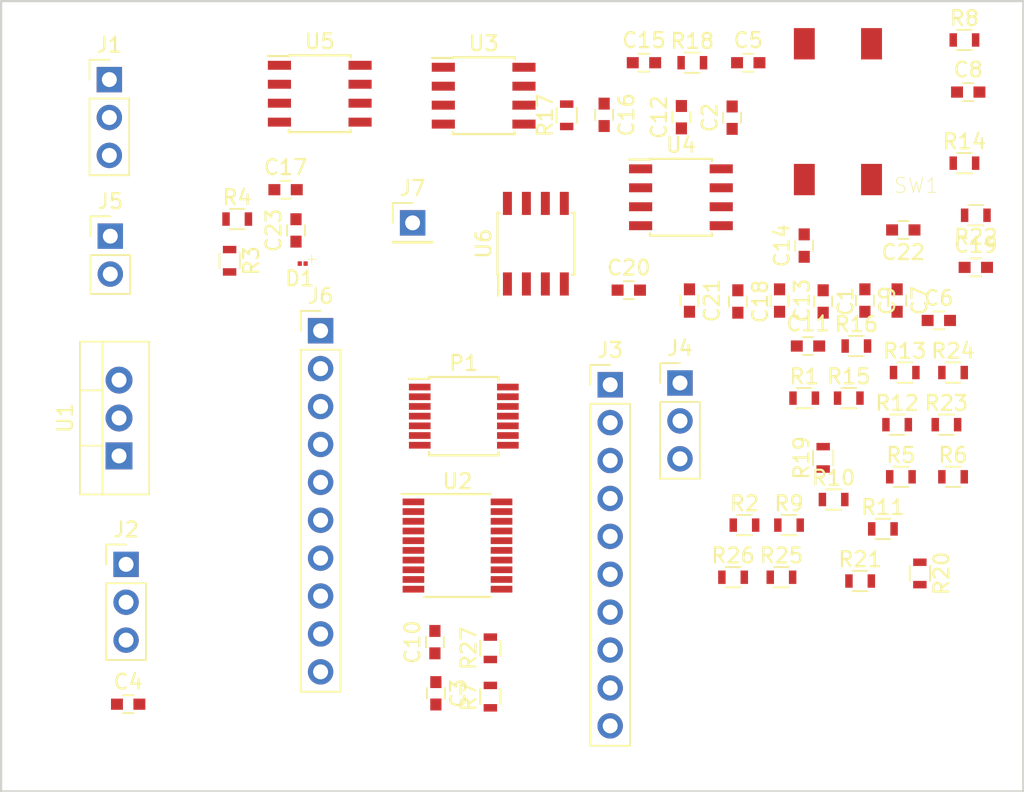
<source format=kicad_pcb>
(kicad_pcb (version 4) (host pcbnew 4.0.7)

  (general
    (links 151)
    (no_connects 151)
    (area 109.093 90.043 177.8 144.653)
    (thickness 1.6)
    (drawings 5)
    (tracks 0)
    (zones 0)
    (modules 66)
    (nets 49)
  )

  (page A4)
  (layers
    (0 F.Cu signal)
    (31 B.Cu signal)
    (32 B.Adhes user)
    (33 F.Adhes user)
    (34 B.Paste user)
    (35 F.Paste user)
    (36 B.SilkS user)
    (37 F.SilkS user)
    (38 B.Mask user)
    (39 F.Mask user)
    (40 Dwgs.User user)
    (41 Cmts.User user)
    (42 Eco1.User user)
    (43 Eco2.User user)
    (44 Edge.Cuts user)
    (45 Margin user)
    (46 B.CrtYd user)
    (47 F.CrtYd user)
    (48 B.Fab user)
    (49 F.Fab user)
  )

  (setup
    (last_trace_width 0.25)
    (trace_clearance 0.2)
    (zone_clearance 0.508)
    (zone_45_only no)
    (trace_min 0.2)
    (segment_width 0.2)
    (edge_width 0.15)
    (via_size 0.6)
    (via_drill 0.4)
    (via_min_size 0.4)
    (via_min_drill 0.3)
    (uvia_size 0.3)
    (uvia_drill 0.1)
    (uvias_allowed no)
    (uvia_min_size 0.2)
    (uvia_min_drill 0.1)
    (pcb_text_width 0.3)
    (pcb_text_size 1.5 1.5)
    (mod_edge_width 0.15)
    (mod_text_size 1 1)
    (mod_text_width 0.15)
    (pad_size 1.524 1.524)
    (pad_drill 0.762)
    (pad_to_mask_clearance 0.2)
    (aux_axis_origin 0 0)
    (grid_origin 163.703 108.5215)
    (visible_elements 7FFFFF9F)
    (pcbplotparams
      (layerselection 0x00030_80000001)
      (usegerberextensions false)
      (excludeedgelayer true)
      (linewidth 0.100000)
      (plotframeref false)
      (viasonmask false)
      (mode 1)
      (useauxorigin false)
      (hpglpennumber 1)
      (hpglpenspeed 20)
      (hpglpendiameter 15)
      (hpglpenoverlay 2)
      (psnegative false)
      (psa4output false)
      (plotreference true)
      (plotvalue true)
      (plotinvisibletext false)
      (padsonsilk false)
      (subtractmaskfromsilk false)
      (outputformat 1)
      (mirror false)
      (drillshape 1)
      (scaleselection 1)
      (outputdirectory ""))
  )

  (net 0 "")
  (net 1 GND)
  (net 2 +9V)
  (net 3 /DVCC)
  (net 4 "Net-(C3-Pad2)")
  (net 5 "Net-(C4-Pad1)")
  (net 6 "Net-(C5-Pad1)")
  (net 7 "Net-(C6-Pad2)")
  (net 8 "Net-(C6-Pad1)")
  (net 9 "Net-(C8-Pad2)")
  (net 10 "Net-(C8-Pad1)")
  (net 11 "Net-(C11-Pad2)")
  (net 12 "Net-(C11-Pad1)")
  (net 13 "Net-(C15-Pad2)")
  (net 14 "Net-(C15-Pad1)")
  (net 15 /DataSignalIn)
  (net 16 "Net-(C16-Pad1)")
  (net 17 "Net-(C17-Pad1)")
  (net 18 "Net-(C20-Pad2)")
  (net 19 "Net-(C20-Pad1)")
  (net 20 "Net-(C23-Pad1)")
  (net 21 /DataOut)
  (net 22 +3V3)
  (net 23 "Net-(J3-Pad2)")
  (net 24 "Net-(J3-Pad3)")
  (net 25 "Net-(J3-Pad4)")
  (net 26 "Net-(J3-Pad7)")
  (net 27 "Net-(J3-Pad8)")
  (net 28 "Net-(J3-Pad9)")
  (net 29 "Net-(J3-Pad10)")
  (net 30 "Net-(J4-Pad2)")
  (net 31 "Net-(J5-Pad2)")
  (net 32 "Net-(J6-Pad2)")
  (net 33 "Net-(J6-Pad3)")
  (net 34 "Net-(J6-Pad4)")
  (net 35 "Net-(J6-Pad5)")
  (net 36 "Net-(J6-Pad6)")
  (net 37 /~SD)
  (net 38 "Net-(J6-Pad8)")
  (net 39 "Net-(J6-Pad9)")
  (net 40 "Net-(J6-Pad10)")
  (net 41 "Net-(P1-Pad3)")
  (net 42 "Net-(P1-Pad12)")
  (net 43 "Net-(R1-Pad2)")
  (net 44 "Net-(R7-Pad2)")
  (net 45 "Net-(R14-Pad2)")
  (net 46 "Net-(R17-Pad1)")
  (net 47 "Net-(R18-Pad1)")
  (net 48 "Net-(R25-Pad1)")

  (net_class Default "This is the default net class."
    (clearance 0.2)
    (trace_width 0.25)
    (via_dia 0.6)
    (via_drill 0.4)
    (uvia_dia 0.3)
    (uvia_drill 0.1)
    (add_net +3V3)
    (add_net +9V)
    (add_net /DVCC)
    (add_net /DataOut)
    (add_net /DataSignalIn)
    (add_net /~SD)
    (add_net GND)
    (add_net "Net-(C11-Pad1)")
    (add_net "Net-(C11-Pad2)")
    (add_net "Net-(C15-Pad1)")
    (add_net "Net-(C15-Pad2)")
    (add_net "Net-(C16-Pad1)")
    (add_net "Net-(C17-Pad1)")
    (add_net "Net-(C20-Pad1)")
    (add_net "Net-(C20-Pad2)")
    (add_net "Net-(C23-Pad1)")
    (add_net "Net-(C3-Pad2)")
    (add_net "Net-(C4-Pad1)")
    (add_net "Net-(C5-Pad1)")
    (add_net "Net-(C6-Pad1)")
    (add_net "Net-(C6-Pad2)")
    (add_net "Net-(C8-Pad1)")
    (add_net "Net-(C8-Pad2)")
    (add_net "Net-(J3-Pad10)")
    (add_net "Net-(J3-Pad2)")
    (add_net "Net-(J3-Pad3)")
    (add_net "Net-(J3-Pad4)")
    (add_net "Net-(J3-Pad7)")
    (add_net "Net-(J3-Pad8)")
    (add_net "Net-(J3-Pad9)")
    (add_net "Net-(J4-Pad2)")
    (add_net "Net-(J5-Pad2)")
    (add_net "Net-(J6-Pad10)")
    (add_net "Net-(J6-Pad2)")
    (add_net "Net-(J6-Pad3)")
    (add_net "Net-(J6-Pad4)")
    (add_net "Net-(J6-Pad5)")
    (add_net "Net-(J6-Pad6)")
    (add_net "Net-(J6-Pad8)")
    (add_net "Net-(J6-Pad9)")
    (add_net "Net-(P1-Pad12)")
    (add_net "Net-(P1-Pad3)")
    (add_net "Net-(R1-Pad2)")
    (add_net "Net-(R14-Pad2)")
    (add_net "Net-(R17-Pad1)")
    (add_net "Net-(R18-Pad1)")
    (add_net "Net-(R25-Pad1)")
    (add_net "Net-(R7-Pad2)")
  )

  (module Capacitors_SMD:C_0603 placed (layer F.Cu) (tedit 59958EE7) (tstamp 5A0F7B73)
    (at 164.2745 111.76 270)
    (descr "Capacitor SMD 0603, reflow soldering, AVX (see smccp.pdf)")
    (tags "capacitor 0603")
    (path /5A06E125)
    (attr smd)
    (fp_text reference C1 (at 0 -1.5 270) (layer F.SilkS)
      (effects (font (size 1 1) (thickness 0.15)))
    )
    (fp_text value 100n (at 0 1.5 270) (layer F.Fab)
      (effects (font (size 1 1) (thickness 0.15)))
    )
    (fp_line (start 1.4 0.65) (end -1.4 0.65) (layer F.CrtYd) (width 0.05))
    (fp_line (start 1.4 0.65) (end 1.4 -0.65) (layer F.CrtYd) (width 0.05))
    (fp_line (start -1.4 -0.65) (end -1.4 0.65) (layer F.CrtYd) (width 0.05))
    (fp_line (start -1.4 -0.65) (end 1.4 -0.65) (layer F.CrtYd) (width 0.05))
    (fp_line (start 0.35 0.6) (end -0.35 0.6) (layer F.SilkS) (width 0.12))
    (fp_line (start -0.35 -0.6) (end 0.35 -0.6) (layer F.SilkS) (width 0.12))
    (fp_line (start -0.8 -0.4) (end 0.8 -0.4) (layer F.Fab) (width 0.1))
    (fp_line (start 0.8 -0.4) (end 0.8 0.4) (layer F.Fab) (width 0.1))
    (fp_line (start 0.8 0.4) (end -0.8 0.4) (layer F.Fab) (width 0.1))
    (fp_line (start -0.8 0.4) (end -0.8 -0.4) (layer F.Fab) (width 0.1))
    (fp_text user %R (at 0 0 270) (layer F.Fab)
      (effects (font (size 0.3 0.3) (thickness 0.075)))
    )
    (pad 2 smd rect (at 0.75 0 270) (size 0.8 0.75) (layers F.Cu F.Paste F.Mask)
      (net 1 GND))
    (pad 1 smd rect (at -0.75 0 270) (size 0.8 0.75) (layers F.Cu F.Paste F.Mask)
      (net 2 +9V))
    (model Capacitors_SMD.3dshapes/C_0603.wrl
      (at (xyz 0 0 0))
      (scale (xyz 1 1 1))
      (rotate (xyz 0 0 0))
    )
  )

  (module Capacitors_SMD:C_0603 placed (layer F.Cu) (tedit 59958EE7) (tstamp 5A0F7B84)
    (at 158.1785 99.441 90)
    (descr "Capacitor SMD 0603, reflow soldering, AVX (see smccp.pdf)")
    (tags "capacitor 0603")
    (path /59EEB59D)
    (attr smd)
    (fp_text reference C2 (at 0 -1.5 90) (layer F.SilkS)
      (effects (font (size 1 1) (thickness 0.15)))
    )
    (fp_text value 1u (at 0 1.5 90) (layer F.Fab)
      (effects (font (size 1 1) (thickness 0.15)))
    )
    (fp_line (start 1.4 0.65) (end -1.4 0.65) (layer F.CrtYd) (width 0.05))
    (fp_line (start 1.4 0.65) (end 1.4 -0.65) (layer F.CrtYd) (width 0.05))
    (fp_line (start -1.4 -0.65) (end -1.4 0.65) (layer F.CrtYd) (width 0.05))
    (fp_line (start -1.4 -0.65) (end 1.4 -0.65) (layer F.CrtYd) (width 0.05))
    (fp_line (start 0.35 0.6) (end -0.35 0.6) (layer F.SilkS) (width 0.12))
    (fp_line (start -0.35 -0.6) (end 0.35 -0.6) (layer F.SilkS) (width 0.12))
    (fp_line (start -0.8 -0.4) (end 0.8 -0.4) (layer F.Fab) (width 0.1))
    (fp_line (start 0.8 -0.4) (end 0.8 0.4) (layer F.Fab) (width 0.1))
    (fp_line (start 0.8 0.4) (end -0.8 0.4) (layer F.Fab) (width 0.1))
    (fp_line (start -0.8 0.4) (end -0.8 -0.4) (layer F.Fab) (width 0.1))
    (fp_text user %R (at 0 0 90) (layer F.Fab)
      (effects (font (size 0.3 0.3) (thickness 0.075)))
    )
    (pad 2 smd rect (at 0.75 0 90) (size 0.8 0.75) (layers F.Cu F.Paste F.Mask)
      (net 1 GND))
    (pad 1 smd rect (at -0.75 0 90) (size 0.8 0.75) (layers F.Cu F.Paste F.Mask)
      (net 3 /DVCC))
    (model Capacitors_SMD.3dshapes/C_0603.wrl
      (at (xyz 0 0 0))
      (scale (xyz 1 1 1))
      (rotate (xyz 0 0 0))
    )
  )

  (module Capacitors_SMD:C_0603 locked (layer F.Cu) (tedit 59958EE7) (tstamp 5A0F7B95)
    (at 138.33475 138.01725 270)
    (descr "Capacitor SMD 0603, reflow soldering, AVX (see smccp.pdf)")
    (tags "capacitor 0603")
    (path /59EEB652)
    (attr smd)
    (fp_text reference C3 (at 0 -1.5 270) (layer F.SilkS)
      (effects (font (size 1 1) (thickness 0.15)))
    )
    (fp_text value 0.01u (at 0 1.5 270) (layer F.Fab)
      (effects (font (size 1 1) (thickness 0.15)))
    )
    (fp_line (start 1.4 0.65) (end -1.4 0.65) (layer F.CrtYd) (width 0.05))
    (fp_line (start 1.4 0.65) (end 1.4 -0.65) (layer F.CrtYd) (width 0.05))
    (fp_line (start -1.4 -0.65) (end -1.4 0.65) (layer F.CrtYd) (width 0.05))
    (fp_line (start -1.4 -0.65) (end 1.4 -0.65) (layer F.CrtYd) (width 0.05))
    (fp_line (start 0.35 0.6) (end -0.35 0.6) (layer F.SilkS) (width 0.12))
    (fp_line (start -0.35 -0.6) (end 0.35 -0.6) (layer F.SilkS) (width 0.12))
    (fp_line (start -0.8 -0.4) (end 0.8 -0.4) (layer F.Fab) (width 0.1))
    (fp_line (start 0.8 -0.4) (end 0.8 0.4) (layer F.Fab) (width 0.1))
    (fp_line (start 0.8 0.4) (end -0.8 0.4) (layer F.Fab) (width 0.1))
    (fp_line (start -0.8 0.4) (end -0.8 -0.4) (layer F.Fab) (width 0.1))
    (fp_text user %R (at 0 0 270) (layer F.Fab)
      (effects (font (size 0.3 0.3) (thickness 0.075)))
    )
    (pad 2 smd rect (at 0.75 0 270) (size 0.8 0.75) (layers F.Cu F.Paste F.Mask)
      (net 4 "Net-(C3-Pad2)"))
    (pad 1 smd rect (at -0.75 0 270) (size 0.8 0.75) (layers F.Cu F.Paste F.Mask)
      (net 3 /DVCC))
    (model Capacitors_SMD.3dshapes/C_0603.wrl
      (at (xyz 0 0 0))
      (scale (xyz 1 1 1))
      (rotate (xyz 0 0 0))
    )
  )

  (module Capacitors_SMD:C_0603 placed (layer F.Cu) (tedit 59958EE7) (tstamp 5A0F7BA6)
    (at 117.729 138.7475)
    (descr "Capacitor SMD 0603, reflow soldering, AVX (see smccp.pdf)")
    (tags "capacitor 0603")
    (path /5A06E1E2)
    (attr smd)
    (fp_text reference C4 (at 0 -1.5) (layer F.SilkS)
      (effects (font (size 1 1) (thickness 0.15)))
    )
    (fp_text value 10u (at 0 1.5) (layer F.Fab)
      (effects (font (size 1 1) (thickness 0.15)))
    )
    (fp_line (start 1.4 0.65) (end -1.4 0.65) (layer F.CrtYd) (width 0.05))
    (fp_line (start 1.4 0.65) (end 1.4 -0.65) (layer F.CrtYd) (width 0.05))
    (fp_line (start -1.4 -0.65) (end -1.4 0.65) (layer F.CrtYd) (width 0.05))
    (fp_line (start -1.4 -0.65) (end 1.4 -0.65) (layer F.CrtYd) (width 0.05))
    (fp_line (start 0.35 0.6) (end -0.35 0.6) (layer F.SilkS) (width 0.12))
    (fp_line (start -0.35 -0.6) (end 0.35 -0.6) (layer F.SilkS) (width 0.12))
    (fp_line (start -0.8 -0.4) (end 0.8 -0.4) (layer F.Fab) (width 0.1))
    (fp_line (start 0.8 -0.4) (end 0.8 0.4) (layer F.Fab) (width 0.1))
    (fp_line (start 0.8 0.4) (end -0.8 0.4) (layer F.Fab) (width 0.1))
    (fp_line (start -0.8 0.4) (end -0.8 -0.4) (layer F.Fab) (width 0.1))
    (fp_text user %R (at 0 0) (layer F.Fab)
      (effects (font (size 0.3 0.3) (thickness 0.075)))
    )
    (pad 2 smd rect (at 0.75 0) (size 0.8 0.75) (layers F.Cu F.Paste F.Mask)
      (net 1 GND))
    (pad 1 smd rect (at -0.75 0) (size 0.8 0.75) (layers F.Cu F.Paste F.Mask)
      (net 5 "Net-(C4-Pad1)"))
    (model Capacitors_SMD.3dshapes/C_0603.wrl
      (at (xyz 0 0 0))
      (scale (xyz 1 1 1))
      (rotate (xyz 0 0 0))
    )
  )

  (module Capacitors_SMD:C_0603 placed (layer F.Cu) (tedit 59958EE7) (tstamp 5A0F7BB7)
    (at 159.258 95.758)
    (descr "Capacitor SMD 0603, reflow soldering, AVX (see smccp.pdf)")
    (tags "capacitor 0603")
    (path /59F04CFE)
    (attr smd)
    (fp_text reference C5 (at 0 -1.5) (layer F.SilkS)
      (effects (font (size 1 1) (thickness 0.15)))
    )
    (fp_text value 0.01u (at 0 1.5) (layer F.Fab)
      (effects (font (size 1 1) (thickness 0.15)))
    )
    (fp_line (start 1.4 0.65) (end -1.4 0.65) (layer F.CrtYd) (width 0.05))
    (fp_line (start 1.4 0.65) (end 1.4 -0.65) (layer F.CrtYd) (width 0.05))
    (fp_line (start -1.4 -0.65) (end -1.4 0.65) (layer F.CrtYd) (width 0.05))
    (fp_line (start -1.4 -0.65) (end 1.4 -0.65) (layer F.CrtYd) (width 0.05))
    (fp_line (start 0.35 0.6) (end -0.35 0.6) (layer F.SilkS) (width 0.12))
    (fp_line (start -0.35 -0.6) (end 0.35 -0.6) (layer F.SilkS) (width 0.12))
    (fp_line (start -0.8 -0.4) (end 0.8 -0.4) (layer F.Fab) (width 0.1))
    (fp_line (start 0.8 -0.4) (end 0.8 0.4) (layer F.Fab) (width 0.1))
    (fp_line (start 0.8 0.4) (end -0.8 0.4) (layer F.Fab) (width 0.1))
    (fp_line (start -0.8 0.4) (end -0.8 -0.4) (layer F.Fab) (width 0.1))
    (fp_text user %R (at 0 0) (layer F.Fab)
      (effects (font (size 0.3 0.3) (thickness 0.075)))
    )
    (pad 2 smd rect (at 0.75 0) (size 0.8 0.75) (layers F.Cu F.Paste F.Mask)
      (net 1 GND))
    (pad 1 smd rect (at -0.75 0) (size 0.8 0.75) (layers F.Cu F.Paste F.Mask)
      (net 6 "Net-(C5-Pad1)"))
    (model Capacitors_SMD.3dshapes/C_0603.wrl
      (at (xyz 0 0 0))
      (scale (xyz 1 1 1))
      (rotate (xyz 0 0 0))
    )
  )

  (module Capacitors_SMD:C_0603 placed (layer F.Cu) (tedit 59958EE7) (tstamp 5A0F7BC8)
    (at 172.0215 113.03)
    (descr "Capacitor SMD 0603, reflow soldering, AVX (see smccp.pdf)")
    (tags "capacitor 0603")
    (path /5A0C7AB1)
    (attr smd)
    (fp_text reference C6 (at 0 -1.5) (layer F.SilkS)
      (effects (font (size 1 1) (thickness 0.15)))
    )
    (fp_text value 1u (at 0 1.5) (layer F.Fab)
      (effects (font (size 1 1) (thickness 0.15)))
    )
    (fp_line (start 1.4 0.65) (end -1.4 0.65) (layer F.CrtYd) (width 0.05))
    (fp_line (start 1.4 0.65) (end 1.4 -0.65) (layer F.CrtYd) (width 0.05))
    (fp_line (start -1.4 -0.65) (end -1.4 0.65) (layer F.CrtYd) (width 0.05))
    (fp_line (start -1.4 -0.65) (end 1.4 -0.65) (layer F.CrtYd) (width 0.05))
    (fp_line (start 0.35 0.6) (end -0.35 0.6) (layer F.SilkS) (width 0.12))
    (fp_line (start -0.35 -0.6) (end 0.35 -0.6) (layer F.SilkS) (width 0.12))
    (fp_line (start -0.8 -0.4) (end 0.8 -0.4) (layer F.Fab) (width 0.1))
    (fp_line (start 0.8 -0.4) (end 0.8 0.4) (layer F.Fab) (width 0.1))
    (fp_line (start 0.8 0.4) (end -0.8 0.4) (layer F.Fab) (width 0.1))
    (fp_line (start -0.8 0.4) (end -0.8 -0.4) (layer F.Fab) (width 0.1))
    (fp_text user %R (at 0 0) (layer F.Fab)
      (effects (font (size 0.3 0.3) (thickness 0.075)))
    )
    (pad 2 smd rect (at 0.75 0) (size 0.8 0.75) (layers F.Cu F.Paste F.Mask)
      (net 7 "Net-(C6-Pad2)"))
    (pad 1 smd rect (at -0.75 0) (size 0.8 0.75) (layers F.Cu F.Paste F.Mask)
      (net 8 "Net-(C6-Pad1)"))
    (model Capacitors_SMD.3dshapes/C_0603.wrl
      (at (xyz 0 0 0))
      (scale (xyz 1 1 1))
      (rotate (xyz 0 0 0))
    )
  )

  (module Capacitors_SMD:C_0603 placed (layer F.Cu) (tedit 59958EE7) (tstamp 5A0F7BD9)
    (at 169.2275 111.6965 270)
    (descr "Capacitor SMD 0603, reflow soldering, AVX (see smccp.pdf)")
    (tags "capacitor 0603")
    (path /5A0CA6BC)
    (attr smd)
    (fp_text reference C7 (at 0 -1.5 270) (layer F.SilkS)
      (effects (font (size 1 1) (thickness 0.15)))
    )
    (fp_text value 1u (at 0 1.5 270) (layer F.Fab)
      (effects (font (size 1 1) (thickness 0.15)))
    )
    (fp_line (start 1.4 0.65) (end -1.4 0.65) (layer F.CrtYd) (width 0.05))
    (fp_line (start 1.4 0.65) (end 1.4 -0.65) (layer F.CrtYd) (width 0.05))
    (fp_line (start -1.4 -0.65) (end -1.4 0.65) (layer F.CrtYd) (width 0.05))
    (fp_line (start -1.4 -0.65) (end 1.4 -0.65) (layer F.CrtYd) (width 0.05))
    (fp_line (start 0.35 0.6) (end -0.35 0.6) (layer F.SilkS) (width 0.12))
    (fp_line (start -0.35 -0.6) (end 0.35 -0.6) (layer F.SilkS) (width 0.12))
    (fp_line (start -0.8 -0.4) (end 0.8 -0.4) (layer F.Fab) (width 0.1))
    (fp_line (start 0.8 -0.4) (end 0.8 0.4) (layer F.Fab) (width 0.1))
    (fp_line (start 0.8 0.4) (end -0.8 0.4) (layer F.Fab) (width 0.1))
    (fp_line (start -0.8 0.4) (end -0.8 -0.4) (layer F.Fab) (width 0.1))
    (fp_text user %R (at 0 0 270) (layer F.Fab)
      (effects (font (size 0.3 0.3) (thickness 0.075)))
    )
    (pad 2 smd rect (at 0.75 0 270) (size 0.8 0.75) (layers F.Cu F.Paste F.Mask)
      (net 1 GND))
    (pad 1 smd rect (at -0.75 0 270) (size 0.8 0.75) (layers F.Cu F.Paste F.Mask)
      (net 2 +9V))
    (model Capacitors_SMD.3dshapes/C_0603.wrl
      (at (xyz 0 0 0))
      (scale (xyz 1 1 1))
      (rotate (xyz 0 0 0))
    )
  )

  (module Capacitors_SMD:C_0603 placed (layer F.Cu) (tedit 59958EE7) (tstamp 5A0F7BEA)
    (at 173.99 97.7265)
    (descr "Capacitor SMD 0603, reflow soldering, AVX (see smccp.pdf)")
    (tags "capacitor 0603")
    (path /5A0CAC47)
    (attr smd)
    (fp_text reference C8 (at 0 -1.5) (layer F.SilkS)
      (effects (font (size 1 1) (thickness 0.15)))
    )
    (fp_text value 1u (at 0 1.5) (layer F.Fab)
      (effects (font (size 1 1) (thickness 0.15)))
    )
    (fp_line (start 1.4 0.65) (end -1.4 0.65) (layer F.CrtYd) (width 0.05))
    (fp_line (start 1.4 0.65) (end 1.4 -0.65) (layer F.CrtYd) (width 0.05))
    (fp_line (start -1.4 -0.65) (end -1.4 0.65) (layer F.CrtYd) (width 0.05))
    (fp_line (start -1.4 -0.65) (end 1.4 -0.65) (layer F.CrtYd) (width 0.05))
    (fp_line (start 0.35 0.6) (end -0.35 0.6) (layer F.SilkS) (width 0.12))
    (fp_line (start -0.35 -0.6) (end 0.35 -0.6) (layer F.SilkS) (width 0.12))
    (fp_line (start -0.8 -0.4) (end 0.8 -0.4) (layer F.Fab) (width 0.1))
    (fp_line (start 0.8 -0.4) (end 0.8 0.4) (layer F.Fab) (width 0.1))
    (fp_line (start 0.8 0.4) (end -0.8 0.4) (layer F.Fab) (width 0.1))
    (fp_line (start -0.8 0.4) (end -0.8 -0.4) (layer F.Fab) (width 0.1))
    (fp_text user %R (at 0 0) (layer F.Fab)
      (effects (font (size 0.3 0.3) (thickness 0.075)))
    )
    (pad 2 smd rect (at 0.75 0) (size 0.8 0.75) (layers F.Cu F.Paste F.Mask)
      (net 9 "Net-(C8-Pad2)"))
    (pad 1 smd rect (at -0.75 0) (size 0.8 0.75) (layers F.Cu F.Paste F.Mask)
      (net 10 "Net-(C8-Pad1)"))
    (model Capacitors_SMD.3dshapes/C_0603.wrl
      (at (xyz 0 0 0))
      (scale (xyz 1 1 1))
      (rotate (xyz 0 0 0))
    )
  )

  (module Capacitors_SMD:C_0603 placed (layer F.Cu) (tedit 59958EE7) (tstamp 5A0F7BFB)
    (at 167.0685 111.6965 270)
    (descr "Capacitor SMD 0603, reflow soldering, AVX (see smccp.pdf)")
    (tags "capacitor 0603")
    (path /5A0CA6C2)
    (attr smd)
    (fp_text reference C9 (at 0 -1.5 270) (layer F.SilkS)
      (effects (font (size 1 1) (thickness 0.15)))
    )
    (fp_text value 0.01u (at 0 1.5 270) (layer F.Fab)
      (effects (font (size 1 1) (thickness 0.15)))
    )
    (fp_line (start 1.4 0.65) (end -1.4 0.65) (layer F.CrtYd) (width 0.05))
    (fp_line (start 1.4 0.65) (end 1.4 -0.65) (layer F.CrtYd) (width 0.05))
    (fp_line (start -1.4 -0.65) (end -1.4 0.65) (layer F.CrtYd) (width 0.05))
    (fp_line (start -1.4 -0.65) (end 1.4 -0.65) (layer F.CrtYd) (width 0.05))
    (fp_line (start 0.35 0.6) (end -0.35 0.6) (layer F.SilkS) (width 0.12))
    (fp_line (start -0.35 -0.6) (end 0.35 -0.6) (layer F.SilkS) (width 0.12))
    (fp_line (start -0.8 -0.4) (end 0.8 -0.4) (layer F.Fab) (width 0.1))
    (fp_line (start 0.8 -0.4) (end 0.8 0.4) (layer F.Fab) (width 0.1))
    (fp_line (start 0.8 0.4) (end -0.8 0.4) (layer F.Fab) (width 0.1))
    (fp_line (start -0.8 0.4) (end -0.8 -0.4) (layer F.Fab) (width 0.1))
    (fp_text user %R (at 0 0 270) (layer F.Fab)
      (effects (font (size 0.3 0.3) (thickness 0.075)))
    )
    (pad 2 smd rect (at 0.75 0 270) (size 0.8 0.75) (layers F.Cu F.Paste F.Mask)
      (net 1 GND))
    (pad 1 smd rect (at -0.75 0 270) (size 0.8 0.75) (layers F.Cu F.Paste F.Mask)
      (net 2 +9V))
    (model Capacitors_SMD.3dshapes/C_0603.wrl
      (at (xyz 0 0 0))
      (scale (xyz 1 1 1))
      (rotate (xyz 0 0 0))
    )
  )

  (module Capacitors_SMD:C_0603 locked (layer F.Cu) (tedit 59958EE7) (tstamp 5A0F7C0C)
    (at 138.27125 134.58825 90)
    (descr "Capacitor SMD 0603, reflow soldering, AVX (see smccp.pdf)")
    (tags "capacitor 0603")
    (path /59F1A79A)
    (attr smd)
    (fp_text reference C10 (at 0 -1.5 90) (layer F.SilkS)
      (effects (font (size 1 1) (thickness 0.15)))
    )
    (fp_text value 1u (at 0 1.5 90) (layer F.Fab)
      (effects (font (size 1 1) (thickness 0.15)))
    )
    (fp_line (start 1.4 0.65) (end -1.4 0.65) (layer F.CrtYd) (width 0.05))
    (fp_line (start 1.4 0.65) (end 1.4 -0.65) (layer F.CrtYd) (width 0.05))
    (fp_line (start -1.4 -0.65) (end -1.4 0.65) (layer F.CrtYd) (width 0.05))
    (fp_line (start -1.4 -0.65) (end 1.4 -0.65) (layer F.CrtYd) (width 0.05))
    (fp_line (start 0.35 0.6) (end -0.35 0.6) (layer F.SilkS) (width 0.12))
    (fp_line (start -0.35 -0.6) (end 0.35 -0.6) (layer F.SilkS) (width 0.12))
    (fp_line (start -0.8 -0.4) (end 0.8 -0.4) (layer F.Fab) (width 0.1))
    (fp_line (start 0.8 -0.4) (end 0.8 0.4) (layer F.Fab) (width 0.1))
    (fp_line (start 0.8 0.4) (end -0.8 0.4) (layer F.Fab) (width 0.1))
    (fp_line (start -0.8 0.4) (end -0.8 -0.4) (layer F.Fab) (width 0.1))
    (fp_text user %R (at 0 0 90) (layer F.Fab)
      (effects (font (size 0.3 0.3) (thickness 0.075)))
    )
    (pad 2 smd rect (at 0.75 0 90) (size 0.8 0.75) (layers F.Cu F.Paste F.Mask)
      (net 1 GND))
    (pad 1 smd rect (at -0.75 0 90) (size 0.8 0.75) (layers F.Cu F.Paste F.Mask)
      (net 3 /DVCC))
    (model Capacitors_SMD.3dshapes/C_0603.wrl
      (at (xyz 0 0 0))
      (scale (xyz 1 1 1))
      (rotate (xyz 0 0 0))
    )
  )

  (module Capacitors_SMD:C_0603 placed (layer F.Cu) (tedit 59958EE7) (tstamp 5A0F7C1D)
    (at 163.2585 114.7445)
    (descr "Capacitor SMD 0603, reflow soldering, AVX (see smccp.pdf)")
    (tags "capacitor 0603")
    (path /5A0CEF22)
    (attr smd)
    (fp_text reference C11 (at 0 -1.5) (layer F.SilkS)
      (effects (font (size 1 1) (thickness 0.15)))
    )
    (fp_text value 1u (at 0 1.5) (layer F.Fab)
      (effects (font (size 1 1) (thickness 0.15)))
    )
    (fp_line (start 1.4 0.65) (end -1.4 0.65) (layer F.CrtYd) (width 0.05))
    (fp_line (start 1.4 0.65) (end 1.4 -0.65) (layer F.CrtYd) (width 0.05))
    (fp_line (start -1.4 -0.65) (end -1.4 0.65) (layer F.CrtYd) (width 0.05))
    (fp_line (start -1.4 -0.65) (end 1.4 -0.65) (layer F.CrtYd) (width 0.05))
    (fp_line (start 0.35 0.6) (end -0.35 0.6) (layer F.SilkS) (width 0.12))
    (fp_line (start -0.35 -0.6) (end 0.35 -0.6) (layer F.SilkS) (width 0.12))
    (fp_line (start -0.8 -0.4) (end 0.8 -0.4) (layer F.Fab) (width 0.1))
    (fp_line (start 0.8 -0.4) (end 0.8 0.4) (layer F.Fab) (width 0.1))
    (fp_line (start 0.8 0.4) (end -0.8 0.4) (layer F.Fab) (width 0.1))
    (fp_line (start -0.8 0.4) (end -0.8 -0.4) (layer F.Fab) (width 0.1))
    (fp_text user %R (at 0 0) (layer F.Fab)
      (effects (font (size 0.3 0.3) (thickness 0.075)))
    )
    (pad 2 smd rect (at 0.75 0) (size 0.8 0.75) (layers F.Cu F.Paste F.Mask)
      (net 11 "Net-(C11-Pad2)"))
    (pad 1 smd rect (at -0.75 0) (size 0.8 0.75) (layers F.Cu F.Paste F.Mask)
      (net 12 "Net-(C11-Pad1)"))
    (model Capacitors_SMD.3dshapes/C_0603.wrl
      (at (xyz 0 0 0))
      (scale (xyz 1 1 1))
      (rotate (xyz 0 0 0))
    )
  )

  (module Capacitors_SMD:C_0603 placed (layer F.Cu) (tedit 59958EE7) (tstamp 5A0F7C2E)
    (at 154.78125 99.40925 90)
    (descr "Capacitor SMD 0603, reflow soldering, AVX (see smccp.pdf)")
    (tags "capacitor 0603")
    (path /59F1A7A0)
    (attr smd)
    (fp_text reference C12 (at 0 -1.5 90) (layer F.SilkS)
      (effects (font (size 1 1) (thickness 0.15)))
    )
    (fp_text value 0.01u (at 0 1.5 90) (layer F.Fab)
      (effects (font (size 1 1) (thickness 0.15)))
    )
    (fp_line (start 1.4 0.65) (end -1.4 0.65) (layer F.CrtYd) (width 0.05))
    (fp_line (start 1.4 0.65) (end 1.4 -0.65) (layer F.CrtYd) (width 0.05))
    (fp_line (start -1.4 -0.65) (end -1.4 0.65) (layer F.CrtYd) (width 0.05))
    (fp_line (start -1.4 -0.65) (end 1.4 -0.65) (layer F.CrtYd) (width 0.05))
    (fp_line (start 0.35 0.6) (end -0.35 0.6) (layer F.SilkS) (width 0.12))
    (fp_line (start -0.35 -0.6) (end 0.35 -0.6) (layer F.SilkS) (width 0.12))
    (fp_line (start -0.8 -0.4) (end 0.8 -0.4) (layer F.Fab) (width 0.1))
    (fp_line (start 0.8 -0.4) (end 0.8 0.4) (layer F.Fab) (width 0.1))
    (fp_line (start 0.8 0.4) (end -0.8 0.4) (layer F.Fab) (width 0.1))
    (fp_line (start -0.8 0.4) (end -0.8 -0.4) (layer F.Fab) (width 0.1))
    (fp_text user %R (at 0 0 90) (layer F.Fab)
      (effects (font (size 0.3 0.3) (thickness 0.075)))
    )
    (pad 2 smd rect (at 0.75 0 90) (size 0.8 0.75) (layers F.Cu F.Paste F.Mask)
      (net 1 GND))
    (pad 1 smd rect (at -0.75 0 90) (size 0.8 0.75) (layers F.Cu F.Paste F.Mask)
      (net 3 /DVCC))
    (model Capacitors_SMD.3dshapes/C_0603.wrl
      (at (xyz 0 0 0))
      (scale (xyz 1 1 1))
      (rotate (xyz 0 0 0))
    )
  )

  (module Capacitors_SMD:C_0603 placed (layer F.Cu) (tedit 59958EE7) (tstamp 5A0F7C3F)
    (at 161.3535 111.6965 270)
    (descr "Capacitor SMD 0603, reflow soldering, AVX (see smccp.pdf)")
    (tags "capacitor 0603")
    (path /59E96A4B)
    (attr smd)
    (fp_text reference C13 (at 0 -1.5 270) (layer F.SilkS)
      (effects (font (size 1 1) (thickness 0.15)))
    )
    (fp_text value 1u (at 0 1.5 270) (layer F.Fab)
      (effects (font (size 1 1) (thickness 0.15)))
    )
    (fp_line (start 1.4 0.65) (end -1.4 0.65) (layer F.CrtYd) (width 0.05))
    (fp_line (start 1.4 0.65) (end 1.4 -0.65) (layer F.CrtYd) (width 0.05))
    (fp_line (start -1.4 -0.65) (end -1.4 0.65) (layer F.CrtYd) (width 0.05))
    (fp_line (start -1.4 -0.65) (end 1.4 -0.65) (layer F.CrtYd) (width 0.05))
    (fp_line (start 0.35 0.6) (end -0.35 0.6) (layer F.SilkS) (width 0.12))
    (fp_line (start -0.35 -0.6) (end 0.35 -0.6) (layer F.SilkS) (width 0.12))
    (fp_line (start -0.8 -0.4) (end 0.8 -0.4) (layer F.Fab) (width 0.1))
    (fp_line (start 0.8 -0.4) (end 0.8 0.4) (layer F.Fab) (width 0.1))
    (fp_line (start 0.8 0.4) (end -0.8 0.4) (layer F.Fab) (width 0.1))
    (fp_line (start -0.8 0.4) (end -0.8 -0.4) (layer F.Fab) (width 0.1))
    (fp_text user %R (at 0 0 270) (layer F.Fab)
      (effects (font (size 0.3 0.3) (thickness 0.075)))
    )
    (pad 2 smd rect (at 0.75 0 270) (size 0.8 0.75) (layers F.Cu F.Paste F.Mask)
      (net 1 GND))
    (pad 1 smd rect (at -0.75 0 270) (size 0.8 0.75) (layers F.Cu F.Paste F.Mask)
      (net 2 +9V))
    (model Capacitors_SMD.3dshapes/C_0603.wrl
      (at (xyz 0 0 0))
      (scale (xyz 1 1 1))
      (rotate (xyz 0 0 0))
    )
  )

  (module Capacitors_SMD:C_0603 placed (layer F.Cu) (tedit 59958EE7) (tstamp 5A0F7C50)
    (at 163.0045 108.0135 90)
    (descr "Capacitor SMD 0603, reflow soldering, AVX (see smccp.pdf)")
    (tags "capacitor 0603")
    (path /59E96AC2)
    (attr smd)
    (fp_text reference C14 (at 0 -1.5 90) (layer F.SilkS)
      (effects (font (size 1 1) (thickness 0.15)))
    )
    (fp_text value 0.01u (at 0 1.5 90) (layer F.Fab)
      (effects (font (size 1 1) (thickness 0.15)))
    )
    (fp_line (start 1.4 0.65) (end -1.4 0.65) (layer F.CrtYd) (width 0.05))
    (fp_line (start 1.4 0.65) (end 1.4 -0.65) (layer F.CrtYd) (width 0.05))
    (fp_line (start -1.4 -0.65) (end -1.4 0.65) (layer F.CrtYd) (width 0.05))
    (fp_line (start -1.4 -0.65) (end 1.4 -0.65) (layer F.CrtYd) (width 0.05))
    (fp_line (start 0.35 0.6) (end -0.35 0.6) (layer F.SilkS) (width 0.12))
    (fp_line (start -0.35 -0.6) (end 0.35 -0.6) (layer F.SilkS) (width 0.12))
    (fp_line (start -0.8 -0.4) (end 0.8 -0.4) (layer F.Fab) (width 0.1))
    (fp_line (start 0.8 -0.4) (end 0.8 0.4) (layer F.Fab) (width 0.1))
    (fp_line (start 0.8 0.4) (end -0.8 0.4) (layer F.Fab) (width 0.1))
    (fp_line (start -0.8 0.4) (end -0.8 -0.4) (layer F.Fab) (width 0.1))
    (fp_text user %R (at 0 0 90) (layer F.Fab)
      (effects (font (size 0.3 0.3) (thickness 0.075)))
    )
    (pad 2 smd rect (at 0.75 0 90) (size 0.8 0.75) (layers F.Cu F.Paste F.Mask)
      (net 1 GND))
    (pad 1 smd rect (at -0.75 0 90) (size 0.8 0.75) (layers F.Cu F.Paste F.Mask)
      (net 2 +9V))
    (model Capacitors_SMD.3dshapes/C_0603.wrl
      (at (xyz 0 0 0))
      (scale (xyz 1 1 1))
      (rotate (xyz 0 0 0))
    )
  )

  (module Capacitors_SMD:C_0603 placed (layer F.Cu) (tedit 59958EE7) (tstamp 5A0F7C61)
    (at 152.273 95.758)
    (descr "Capacitor SMD 0603, reflow soldering, AVX (see smccp.pdf)")
    (tags "capacitor 0603")
    (path /5A0D3F18)
    (attr smd)
    (fp_text reference C15 (at 0 -1.5) (layer F.SilkS)
      (effects (font (size 1 1) (thickness 0.15)))
    )
    (fp_text value 1u (at 0 1.5) (layer F.Fab)
      (effects (font (size 1 1) (thickness 0.15)))
    )
    (fp_line (start 1.4 0.65) (end -1.4 0.65) (layer F.CrtYd) (width 0.05))
    (fp_line (start 1.4 0.65) (end 1.4 -0.65) (layer F.CrtYd) (width 0.05))
    (fp_line (start -1.4 -0.65) (end -1.4 0.65) (layer F.CrtYd) (width 0.05))
    (fp_line (start -1.4 -0.65) (end 1.4 -0.65) (layer F.CrtYd) (width 0.05))
    (fp_line (start 0.35 0.6) (end -0.35 0.6) (layer F.SilkS) (width 0.12))
    (fp_line (start -0.35 -0.6) (end 0.35 -0.6) (layer F.SilkS) (width 0.12))
    (fp_line (start -0.8 -0.4) (end 0.8 -0.4) (layer F.Fab) (width 0.1))
    (fp_line (start 0.8 -0.4) (end 0.8 0.4) (layer F.Fab) (width 0.1))
    (fp_line (start 0.8 0.4) (end -0.8 0.4) (layer F.Fab) (width 0.1))
    (fp_line (start -0.8 0.4) (end -0.8 -0.4) (layer F.Fab) (width 0.1))
    (fp_text user %R (at 0 0) (layer F.Fab)
      (effects (font (size 0.3 0.3) (thickness 0.075)))
    )
    (pad 2 smd rect (at 0.75 0) (size 0.8 0.75) (layers F.Cu F.Paste F.Mask)
      (net 13 "Net-(C15-Pad2)"))
    (pad 1 smd rect (at -0.75 0) (size 0.8 0.75) (layers F.Cu F.Paste F.Mask)
      (net 14 "Net-(C15-Pad1)"))
    (model Capacitors_SMD.3dshapes/C_0603.wrl
      (at (xyz 0 0 0))
      (scale (xyz 1 1 1))
      (rotate (xyz 0 0 0))
    )
  )

  (module Capacitors_SMD:C_0603 placed (layer F.Cu) (tedit 59958EE7) (tstamp 5A0F7C72)
    (at 149.606 99.2505 270)
    (descr "Capacitor SMD 0603, reflow soldering, AVX (see smccp.pdf)")
    (tags "capacitor 0603")
    (path /5A0CFD2E)
    (attr smd)
    (fp_text reference C16 (at 0 -1.5 270) (layer F.SilkS)
      (effects (font (size 1 1) (thickness 0.15)))
    )
    (fp_text value 1u (at 0 1.5 270) (layer F.Fab)
      (effects (font (size 1 1) (thickness 0.15)))
    )
    (fp_line (start 1.4 0.65) (end -1.4 0.65) (layer F.CrtYd) (width 0.05))
    (fp_line (start 1.4 0.65) (end 1.4 -0.65) (layer F.CrtYd) (width 0.05))
    (fp_line (start -1.4 -0.65) (end -1.4 0.65) (layer F.CrtYd) (width 0.05))
    (fp_line (start -1.4 -0.65) (end 1.4 -0.65) (layer F.CrtYd) (width 0.05))
    (fp_line (start 0.35 0.6) (end -0.35 0.6) (layer F.SilkS) (width 0.12))
    (fp_line (start -0.35 -0.6) (end 0.35 -0.6) (layer F.SilkS) (width 0.12))
    (fp_line (start -0.8 -0.4) (end 0.8 -0.4) (layer F.Fab) (width 0.1))
    (fp_line (start 0.8 -0.4) (end 0.8 0.4) (layer F.Fab) (width 0.1))
    (fp_line (start 0.8 0.4) (end -0.8 0.4) (layer F.Fab) (width 0.1))
    (fp_line (start -0.8 0.4) (end -0.8 -0.4) (layer F.Fab) (width 0.1))
    (fp_text user %R (at 0 0 270) (layer F.Fab)
      (effects (font (size 0.3 0.3) (thickness 0.075)))
    )
    (pad 2 smd rect (at 0.75 0 270) (size 0.8 0.75) (layers F.Cu F.Paste F.Mask)
      (net 15 /DataSignalIn))
    (pad 1 smd rect (at -0.75 0 270) (size 0.8 0.75) (layers F.Cu F.Paste F.Mask)
      (net 16 "Net-(C16-Pad1)"))
    (model Capacitors_SMD.3dshapes/C_0603.wrl
      (at (xyz 0 0 0))
      (scale (xyz 1 1 1))
      (rotate (xyz 0 0 0))
    )
  )

  (module Capacitors_SMD:C_0603 placed (layer F.Cu) (tedit 59958EE7) (tstamp 5A0F7C83)
    (at 128.27 104.267)
    (descr "Capacitor SMD 0603, reflow soldering, AVX (see smccp.pdf)")
    (tags "capacitor 0603")
    (path /5A0D1764)
    (attr smd)
    (fp_text reference C17 (at 0 -1.5) (layer F.SilkS)
      (effects (font (size 1 1) (thickness 0.15)))
    )
    (fp_text value 1u (at 0 1.5) (layer F.Fab)
      (effects (font (size 1 1) (thickness 0.15)))
    )
    (fp_line (start 1.4 0.65) (end -1.4 0.65) (layer F.CrtYd) (width 0.05))
    (fp_line (start 1.4 0.65) (end 1.4 -0.65) (layer F.CrtYd) (width 0.05))
    (fp_line (start -1.4 -0.65) (end -1.4 0.65) (layer F.CrtYd) (width 0.05))
    (fp_line (start -1.4 -0.65) (end 1.4 -0.65) (layer F.CrtYd) (width 0.05))
    (fp_line (start 0.35 0.6) (end -0.35 0.6) (layer F.SilkS) (width 0.12))
    (fp_line (start -0.35 -0.6) (end 0.35 -0.6) (layer F.SilkS) (width 0.12))
    (fp_line (start -0.8 -0.4) (end 0.8 -0.4) (layer F.Fab) (width 0.1))
    (fp_line (start 0.8 -0.4) (end 0.8 0.4) (layer F.Fab) (width 0.1))
    (fp_line (start 0.8 0.4) (end -0.8 0.4) (layer F.Fab) (width 0.1))
    (fp_line (start -0.8 0.4) (end -0.8 -0.4) (layer F.Fab) (width 0.1))
    (fp_text user %R (at 0 0) (layer F.Fab)
      (effects (font (size 0.3 0.3) (thickness 0.075)))
    )
    (pad 2 smd rect (at 0.75 0) (size 0.8 0.75) (layers F.Cu F.Paste F.Mask)
      (net 1 GND))
    (pad 1 smd rect (at -0.75 0) (size 0.8 0.75) (layers F.Cu F.Paste F.Mask)
      (net 17 "Net-(C17-Pad1)"))
    (model Capacitors_SMD.3dshapes/C_0603.wrl
      (at (xyz 0 0 0))
      (scale (xyz 1 1 1))
      (rotate (xyz 0 0 0))
    )
  )

  (module Capacitors_SMD:C_0603 placed (layer F.Cu) (tedit 59958EE7) (tstamp 5A0F7C94)
    (at 158.5595 111.76 270)
    (descr "Capacitor SMD 0603, reflow soldering, AVX (see smccp.pdf)")
    (tags "capacitor 0603")
    (path /59EA7BB9)
    (attr smd)
    (fp_text reference C18 (at 0 -1.5 270) (layer F.SilkS)
      (effects (font (size 1 1) (thickness 0.15)))
    )
    (fp_text value 1u (at 0 1.5 270) (layer F.Fab)
      (effects (font (size 1 1) (thickness 0.15)))
    )
    (fp_line (start 1.4 0.65) (end -1.4 0.65) (layer F.CrtYd) (width 0.05))
    (fp_line (start 1.4 0.65) (end 1.4 -0.65) (layer F.CrtYd) (width 0.05))
    (fp_line (start -1.4 -0.65) (end -1.4 0.65) (layer F.CrtYd) (width 0.05))
    (fp_line (start -1.4 -0.65) (end 1.4 -0.65) (layer F.CrtYd) (width 0.05))
    (fp_line (start 0.35 0.6) (end -0.35 0.6) (layer F.SilkS) (width 0.12))
    (fp_line (start -0.35 -0.6) (end 0.35 -0.6) (layer F.SilkS) (width 0.12))
    (fp_line (start -0.8 -0.4) (end 0.8 -0.4) (layer F.Fab) (width 0.1))
    (fp_line (start 0.8 -0.4) (end 0.8 0.4) (layer F.Fab) (width 0.1))
    (fp_line (start 0.8 0.4) (end -0.8 0.4) (layer F.Fab) (width 0.1))
    (fp_line (start -0.8 0.4) (end -0.8 -0.4) (layer F.Fab) (width 0.1))
    (fp_text user %R (at 0 0 270) (layer F.Fab)
      (effects (font (size 0.3 0.3) (thickness 0.075)))
    )
    (pad 2 smd rect (at 0.75 0 270) (size 0.8 0.75) (layers F.Cu F.Paste F.Mask)
      (net 1 GND))
    (pad 1 smd rect (at -0.75 0 270) (size 0.8 0.75) (layers F.Cu F.Paste F.Mask)
      (net 2 +9V))
    (model Capacitors_SMD.3dshapes/C_0603.wrl
      (at (xyz 0 0 0))
      (scale (xyz 1 1 1))
      (rotate (xyz 0 0 0))
    )
  )

  (module Capacitors_SMD:C_0603 locked placed (layer F.Cu) (tedit 59958EE7) (tstamp 5A0F7CA5)
    (at 174.498 109.474)
    (descr "Capacitor SMD 0603, reflow soldering, AVX (see smccp.pdf)")
    (tags "capacitor 0603")
    (path /59EA7C4C)
    (attr smd)
    (fp_text reference C19 (at 0 -1.5) (layer F.SilkS)
      (effects (font (size 1 1) (thickness 0.15)))
    )
    (fp_text value 0.01u (at 0 1.5) (layer F.Fab)
      (effects (font (size 1 1) (thickness 0.15)))
    )
    (fp_line (start 1.4 0.65) (end -1.4 0.65) (layer F.CrtYd) (width 0.05))
    (fp_line (start 1.4 0.65) (end 1.4 -0.65) (layer F.CrtYd) (width 0.05))
    (fp_line (start -1.4 -0.65) (end -1.4 0.65) (layer F.CrtYd) (width 0.05))
    (fp_line (start -1.4 -0.65) (end 1.4 -0.65) (layer F.CrtYd) (width 0.05))
    (fp_line (start 0.35 0.6) (end -0.35 0.6) (layer F.SilkS) (width 0.12))
    (fp_line (start -0.35 -0.6) (end 0.35 -0.6) (layer F.SilkS) (width 0.12))
    (fp_line (start -0.8 -0.4) (end 0.8 -0.4) (layer F.Fab) (width 0.1))
    (fp_line (start 0.8 -0.4) (end 0.8 0.4) (layer F.Fab) (width 0.1))
    (fp_line (start 0.8 0.4) (end -0.8 0.4) (layer F.Fab) (width 0.1))
    (fp_line (start -0.8 0.4) (end -0.8 -0.4) (layer F.Fab) (width 0.1))
    (fp_text user %R (at 0 0) (layer F.Fab)
      (effects (font (size 0.3 0.3) (thickness 0.075)))
    )
    (pad 2 smd rect (at 0.75 0) (size 0.8 0.75) (layers F.Cu F.Paste F.Mask)
      (net 1 GND))
    (pad 1 smd rect (at -0.75 0) (size 0.8 0.75) (layers F.Cu F.Paste F.Mask)
      (net 2 +9V))
    (model Capacitors_SMD.3dshapes/C_0603.wrl
      (at (xyz 0 0 0))
      (scale (xyz 1 1 1))
      (rotate (xyz 0 0 0))
    )
  )

  (module Capacitors_SMD:C_0603 placed (layer F.Cu) (tedit 59958EE7) (tstamp 5A0F7CB6)
    (at 151.257 110.998)
    (descr "Capacitor SMD 0603, reflow soldering, AVX (see smccp.pdf)")
    (tags "capacitor 0603")
    (path /5A0D652F)
    (attr smd)
    (fp_text reference C20 (at 0 -1.5) (layer F.SilkS)
      (effects (font (size 1 1) (thickness 0.15)))
    )
    (fp_text value 1u (at 0 1.5) (layer F.Fab)
      (effects (font (size 1 1) (thickness 0.15)))
    )
    (fp_line (start 1.4 0.65) (end -1.4 0.65) (layer F.CrtYd) (width 0.05))
    (fp_line (start 1.4 0.65) (end 1.4 -0.65) (layer F.CrtYd) (width 0.05))
    (fp_line (start -1.4 -0.65) (end -1.4 0.65) (layer F.CrtYd) (width 0.05))
    (fp_line (start -1.4 -0.65) (end 1.4 -0.65) (layer F.CrtYd) (width 0.05))
    (fp_line (start 0.35 0.6) (end -0.35 0.6) (layer F.SilkS) (width 0.12))
    (fp_line (start -0.35 -0.6) (end 0.35 -0.6) (layer F.SilkS) (width 0.12))
    (fp_line (start -0.8 -0.4) (end 0.8 -0.4) (layer F.Fab) (width 0.1))
    (fp_line (start 0.8 -0.4) (end 0.8 0.4) (layer F.Fab) (width 0.1))
    (fp_line (start 0.8 0.4) (end -0.8 0.4) (layer F.Fab) (width 0.1))
    (fp_line (start -0.8 0.4) (end -0.8 -0.4) (layer F.Fab) (width 0.1))
    (fp_text user %R (at 0 0) (layer F.Fab)
      (effects (font (size 0.3 0.3) (thickness 0.075)))
    )
    (pad 2 smd rect (at 0.75 0) (size 0.8 0.75) (layers F.Cu F.Paste F.Mask)
      (net 18 "Net-(C20-Pad2)"))
    (pad 1 smd rect (at -0.75 0) (size 0.8 0.75) (layers F.Cu F.Paste F.Mask)
      (net 19 "Net-(C20-Pad1)"))
    (model Capacitors_SMD.3dshapes/C_0603.wrl
      (at (xyz 0 0 0))
      (scale (xyz 1 1 1))
      (rotate (xyz 0 0 0))
    )
  )

  (module Capacitors_SMD:C_0603 placed (layer F.Cu) (tedit 59958EE7) (tstamp 5A0F7CC7)
    (at 155.321 111.6965 270)
    (descr "Capacitor SMD 0603, reflow soldering, AVX (see smccp.pdf)")
    (tags "capacitor 0603")
    (path /5A0C61FD)
    (attr smd)
    (fp_text reference C21 (at 0 -1.5 270) (layer F.SilkS)
      (effects (font (size 1 1) (thickness 0.15)))
    )
    (fp_text value 1u (at 0 1.5 270) (layer F.Fab)
      (effects (font (size 1 1) (thickness 0.15)))
    )
    (fp_line (start 1.4 0.65) (end -1.4 0.65) (layer F.CrtYd) (width 0.05))
    (fp_line (start 1.4 0.65) (end 1.4 -0.65) (layer F.CrtYd) (width 0.05))
    (fp_line (start -1.4 -0.65) (end -1.4 0.65) (layer F.CrtYd) (width 0.05))
    (fp_line (start -1.4 -0.65) (end 1.4 -0.65) (layer F.CrtYd) (width 0.05))
    (fp_line (start 0.35 0.6) (end -0.35 0.6) (layer F.SilkS) (width 0.12))
    (fp_line (start -0.35 -0.6) (end 0.35 -0.6) (layer F.SilkS) (width 0.12))
    (fp_line (start -0.8 -0.4) (end 0.8 -0.4) (layer F.Fab) (width 0.1))
    (fp_line (start 0.8 -0.4) (end 0.8 0.4) (layer F.Fab) (width 0.1))
    (fp_line (start 0.8 0.4) (end -0.8 0.4) (layer F.Fab) (width 0.1))
    (fp_line (start -0.8 0.4) (end -0.8 -0.4) (layer F.Fab) (width 0.1))
    (fp_text user %R (at 0 0 270) (layer F.Fab)
      (effects (font (size 0.3 0.3) (thickness 0.075)))
    )
    (pad 2 smd rect (at 0.75 0 270) (size 0.8 0.75) (layers F.Cu F.Paste F.Mask)
      (net 1 GND))
    (pad 1 smd rect (at -0.75 0 270) (size 0.8 0.75) (layers F.Cu F.Paste F.Mask)
      (net 2 +9V))
    (model Capacitors_SMD.3dshapes/C_0603.wrl
      (at (xyz 0 0 0))
      (scale (xyz 1 1 1))
      (rotate (xyz 0 0 0))
    )
  )

  (module Capacitors_SMD:C_0603 placed (layer F.Cu) (tedit 59958EE7) (tstamp 5A0F7CD8)
    (at 169.64025 106.96575 180)
    (descr "Capacitor SMD 0603, reflow soldering, AVX (see smccp.pdf)")
    (tags "capacitor 0603")
    (path /5A0C6203)
    (attr smd)
    (fp_text reference C22 (at 0 -1.5 180) (layer F.SilkS)
      (effects (font (size 1 1) (thickness 0.15)))
    )
    (fp_text value 0.01u (at 0 1.5 180) (layer F.Fab)
      (effects (font (size 1 1) (thickness 0.15)))
    )
    (fp_line (start 1.4 0.65) (end -1.4 0.65) (layer F.CrtYd) (width 0.05))
    (fp_line (start 1.4 0.65) (end 1.4 -0.65) (layer F.CrtYd) (width 0.05))
    (fp_line (start -1.4 -0.65) (end -1.4 0.65) (layer F.CrtYd) (width 0.05))
    (fp_line (start -1.4 -0.65) (end 1.4 -0.65) (layer F.CrtYd) (width 0.05))
    (fp_line (start 0.35 0.6) (end -0.35 0.6) (layer F.SilkS) (width 0.12))
    (fp_line (start -0.35 -0.6) (end 0.35 -0.6) (layer F.SilkS) (width 0.12))
    (fp_line (start -0.8 -0.4) (end 0.8 -0.4) (layer F.Fab) (width 0.1))
    (fp_line (start 0.8 -0.4) (end 0.8 0.4) (layer F.Fab) (width 0.1))
    (fp_line (start 0.8 0.4) (end -0.8 0.4) (layer F.Fab) (width 0.1))
    (fp_line (start -0.8 0.4) (end -0.8 -0.4) (layer F.Fab) (width 0.1))
    (fp_text user %R (at 0 0 180) (layer F.Fab)
      (effects (font (size 0.3 0.3) (thickness 0.075)))
    )
    (pad 2 smd rect (at 0.75 0 180) (size 0.8 0.75) (layers F.Cu F.Paste F.Mask)
      (net 1 GND))
    (pad 1 smd rect (at -0.75 0 180) (size 0.8 0.75) (layers F.Cu F.Paste F.Mask)
      (net 2 +9V))
    (model Capacitors_SMD.3dshapes/C_0603.wrl
      (at (xyz 0 0 0))
      (scale (xyz 1 1 1))
      (rotate (xyz 0 0 0))
    )
  )

  (module Capacitors_SMD:C_0603 placed (layer F.Cu) (tedit 59958EE7) (tstamp 5A0F7CE9)
    (at 128.9685 106.9975 90)
    (descr "Capacitor SMD 0603, reflow soldering, AVX (see smccp.pdf)")
    (tags "capacitor 0603")
    (path /59EB818C)
    (attr smd)
    (fp_text reference C23 (at 0 -1.5 90) (layer F.SilkS)
      (effects (font (size 1 1) (thickness 0.15)))
    )
    (fp_text value 0.1u (at 0 1.5 90) (layer F.Fab)
      (effects (font (size 1 1) (thickness 0.15)))
    )
    (fp_line (start 1.4 0.65) (end -1.4 0.65) (layer F.CrtYd) (width 0.05))
    (fp_line (start 1.4 0.65) (end 1.4 -0.65) (layer F.CrtYd) (width 0.05))
    (fp_line (start -1.4 -0.65) (end -1.4 0.65) (layer F.CrtYd) (width 0.05))
    (fp_line (start -1.4 -0.65) (end 1.4 -0.65) (layer F.CrtYd) (width 0.05))
    (fp_line (start 0.35 0.6) (end -0.35 0.6) (layer F.SilkS) (width 0.12))
    (fp_line (start -0.35 -0.6) (end 0.35 -0.6) (layer F.SilkS) (width 0.12))
    (fp_line (start -0.8 -0.4) (end 0.8 -0.4) (layer F.Fab) (width 0.1))
    (fp_line (start 0.8 -0.4) (end 0.8 0.4) (layer F.Fab) (width 0.1))
    (fp_line (start 0.8 0.4) (end -0.8 0.4) (layer F.Fab) (width 0.1))
    (fp_line (start -0.8 0.4) (end -0.8 -0.4) (layer F.Fab) (width 0.1))
    (fp_text user %R (at 0 0 90) (layer F.Fab)
      (effects (font (size 0.3 0.3) (thickness 0.075)))
    )
    (pad 2 smd rect (at 0.75 0 90) (size 0.8 0.75) (layers F.Cu F.Paste F.Mask)
      (net 1 GND))
    (pad 1 smd rect (at -0.75 0 90) (size 0.8 0.75) (layers F.Cu F.Paste F.Mask)
      (net 20 "Net-(C23-Pad1)"))
    (model Capacitors_SMD.3dshapes/C_0603.wrl
      (at (xyz 0 0 0))
      (scale (xyz 1 1 1))
      (rotate (xyz 0 0 0))
    )
  )

  (module MyLib:D_0201 placed (layer F.Cu) (tedit 59F1279C) (tstamp 5A0F7CF0)
    (at 129.2225 109.22)
    (path /59EB786E)
    (fp_text reference D1 (at 0 1) (layer F.SilkS)
      (effects (font (size 1 1) (thickness 0.15)))
    )
    (fp_text value SMS7630-061 (at 0 -1.5) (layer F.Fab) hide
      (effects (font (size 1 1) (thickness 0.15)))
    )
    (fp_text user + (at 0.8 -0.35) (layer F.SilkS)
      (effects (font (size 0.75 0.75) (thickness 0.05)))
    )
    (pad 1 smd rect (at 0 0) (size 0.28 0.3) (layers F.Cu F.Paste F.Mask)
      (net 20 "Net-(C23-Pad1)"))
    (pad 2 smd rect (at 0.39 0) (size 0.28 0.3) (layers F.Cu F.Paste F.Mask)
      (net 21 /DataOut))
  )

  (module Pin_Headers:Pin_Header_Straight_1x03_Pitch2.54mm locked (layer F.Cu) (tedit 59650532) (tstamp 5A0F7D07)
    (at 116.468359 96.889499)
    (descr "Through hole straight pin header, 1x03, 2.54mm pitch, single row")
    (tags "Through hole pin header THT 1x03 2.54mm single row")
    (path /59F15EC4)
    (fp_text reference J1 (at 0 -2.33) (layer F.SilkS)
      (effects (font (size 1 1) (thickness 0.15)))
    )
    (fp_text value Conn_01x03_Male (at 0 7.41) (layer F.Fab)
      (effects (font (size 1 1) (thickness 0.15)))
    )
    (fp_line (start -0.635 -1.27) (end 1.27 -1.27) (layer F.Fab) (width 0.1))
    (fp_line (start 1.27 -1.27) (end 1.27 6.35) (layer F.Fab) (width 0.1))
    (fp_line (start 1.27 6.35) (end -1.27 6.35) (layer F.Fab) (width 0.1))
    (fp_line (start -1.27 6.35) (end -1.27 -0.635) (layer F.Fab) (width 0.1))
    (fp_line (start -1.27 -0.635) (end -0.635 -1.27) (layer F.Fab) (width 0.1))
    (fp_line (start -1.33 6.41) (end 1.33 6.41) (layer F.SilkS) (width 0.12))
    (fp_line (start -1.33 1.27) (end -1.33 6.41) (layer F.SilkS) (width 0.12))
    (fp_line (start 1.33 1.27) (end 1.33 6.41) (layer F.SilkS) (width 0.12))
    (fp_line (start -1.33 1.27) (end 1.33 1.27) (layer F.SilkS) (width 0.12))
    (fp_line (start -1.33 0) (end -1.33 -1.33) (layer F.SilkS) (width 0.12))
    (fp_line (start -1.33 -1.33) (end 0 -1.33) (layer F.SilkS) (width 0.12))
    (fp_line (start -1.8 -1.8) (end -1.8 6.85) (layer F.CrtYd) (width 0.05))
    (fp_line (start -1.8 6.85) (end 1.8 6.85) (layer F.CrtYd) (width 0.05))
    (fp_line (start 1.8 6.85) (end 1.8 -1.8) (layer F.CrtYd) (width 0.05))
    (fp_line (start 1.8 -1.8) (end -1.8 -1.8) (layer F.CrtYd) (width 0.05))
    (fp_text user %R (at 0 2.54 90) (layer F.Fab)
      (effects (font (size 1 1) (thickness 0.15)))
    )
    (pad 1 thru_hole rect (at 0 0) (size 1.7 1.7) (drill 1) (layers *.Cu *.Mask)
      (net 22 +3V3))
    (pad 2 thru_hole oval (at 0 2.54) (size 1.7 1.7) (drill 1) (layers *.Cu *.Mask)
      (net 1 GND))
    (pad 3 thru_hole oval (at 0 5.08) (size 1.7 1.7) (drill 1) (layers *.Cu *.Mask)
      (net 2 +9V))
    (model ${KISYS3DMOD}/Pin_Headers.3dshapes/Pin_Header_Straight_1x03_Pitch2.54mm.wrl
      (at (xyz 0 0 0))
      (scale (xyz 1 1 1))
      (rotate (xyz 0 0 0))
    )
  )

  (module Pin_Headers:Pin_Header_Straight_1x03_Pitch2.54mm locked (layer F.Cu) (tedit 59650532) (tstamp 5A0F7D1E)
    (at 117.588859 129.373999)
    (descr "Through hole straight pin header, 1x03, 2.54mm pitch, single row")
    (tags "Through hole pin header THT 1x03 2.54mm single row")
    (path /59F232DF)
    (fp_text reference J2 (at 0 -2.33) (layer F.SilkS)
      (effects (font (size 1 1) (thickness 0.15)))
    )
    (fp_text value Conn_01x03_Male (at 0 7.41) (layer F.Fab)
      (effects (font (size 1 1) (thickness 0.15)))
    )
    (fp_line (start -0.635 -1.27) (end 1.27 -1.27) (layer F.Fab) (width 0.1))
    (fp_line (start 1.27 -1.27) (end 1.27 6.35) (layer F.Fab) (width 0.1))
    (fp_line (start 1.27 6.35) (end -1.27 6.35) (layer F.Fab) (width 0.1))
    (fp_line (start -1.27 6.35) (end -1.27 -0.635) (layer F.Fab) (width 0.1))
    (fp_line (start -1.27 -0.635) (end -0.635 -1.27) (layer F.Fab) (width 0.1))
    (fp_line (start -1.33 6.41) (end 1.33 6.41) (layer F.SilkS) (width 0.12))
    (fp_line (start -1.33 1.27) (end -1.33 6.41) (layer F.SilkS) (width 0.12))
    (fp_line (start 1.33 1.27) (end 1.33 6.41) (layer F.SilkS) (width 0.12))
    (fp_line (start -1.33 1.27) (end 1.33 1.27) (layer F.SilkS) (width 0.12))
    (fp_line (start -1.33 0) (end -1.33 -1.33) (layer F.SilkS) (width 0.12))
    (fp_line (start -1.33 -1.33) (end 0 -1.33) (layer F.SilkS) (width 0.12))
    (fp_line (start -1.8 -1.8) (end -1.8 6.85) (layer F.CrtYd) (width 0.05))
    (fp_line (start -1.8 6.85) (end 1.8 6.85) (layer F.CrtYd) (width 0.05))
    (fp_line (start 1.8 6.85) (end 1.8 -1.8) (layer F.CrtYd) (width 0.05))
    (fp_line (start 1.8 -1.8) (end -1.8 -1.8) (layer F.CrtYd) (width 0.05))
    (fp_text user %R (at 0 2.54 90) (layer F.Fab)
      (effects (font (size 1 1) (thickness 0.15)))
    )
    (pad 1 thru_hole rect (at 0 0) (size 1.7 1.7) (drill 1) (layers *.Cu *.Mask)
      (net 5 "Net-(C4-Pad1)"))
    (pad 2 thru_hole oval (at 0 2.54) (size 1.7 1.7) (drill 1) (layers *.Cu *.Mask)
      (net 3 /DVCC))
    (pad 3 thru_hole oval (at 0 5.08) (size 1.7 1.7) (drill 1) (layers *.Cu *.Mask)
      (net 22 +3V3))
    (model ${KISYS3DMOD}/Pin_Headers.3dshapes/Pin_Header_Straight_1x03_Pitch2.54mm.wrl
      (at (xyz 0 0 0))
      (scale (xyz 1 1 1))
      (rotate (xyz 0 0 0))
    )
  )

  (module Pin_Headers:Pin_Header_Straight_1x10_Pitch2.54mm locked (layer F.Cu) (tedit 59650532) (tstamp 5A0F7D3C)
    (at 150.010859 117.339499)
    (descr "Through hole straight pin header, 1x10, 2.54mm pitch, single row")
    (tags "Through hole pin header THT 1x10 2.54mm single row")
    (path /59F111CB)
    (fp_text reference J3 (at 0 -2.33) (layer F.SilkS)
      (effects (font (size 1 1) (thickness 0.15)))
    )
    (fp_text value Conn_01x10_Male (at 0 25.19) (layer F.Fab)
      (effects (font (size 1 1) (thickness 0.15)))
    )
    (fp_line (start -0.635 -1.27) (end 1.27 -1.27) (layer F.Fab) (width 0.1))
    (fp_line (start 1.27 -1.27) (end 1.27 24.13) (layer F.Fab) (width 0.1))
    (fp_line (start 1.27 24.13) (end -1.27 24.13) (layer F.Fab) (width 0.1))
    (fp_line (start -1.27 24.13) (end -1.27 -0.635) (layer F.Fab) (width 0.1))
    (fp_line (start -1.27 -0.635) (end -0.635 -1.27) (layer F.Fab) (width 0.1))
    (fp_line (start -1.33 24.19) (end 1.33 24.19) (layer F.SilkS) (width 0.12))
    (fp_line (start -1.33 1.27) (end -1.33 24.19) (layer F.SilkS) (width 0.12))
    (fp_line (start 1.33 1.27) (end 1.33 24.19) (layer F.SilkS) (width 0.12))
    (fp_line (start -1.33 1.27) (end 1.33 1.27) (layer F.SilkS) (width 0.12))
    (fp_line (start -1.33 0) (end -1.33 -1.33) (layer F.SilkS) (width 0.12))
    (fp_line (start -1.33 -1.33) (end 0 -1.33) (layer F.SilkS) (width 0.12))
    (fp_line (start -1.8 -1.8) (end -1.8 24.65) (layer F.CrtYd) (width 0.05))
    (fp_line (start -1.8 24.65) (end 1.8 24.65) (layer F.CrtYd) (width 0.05))
    (fp_line (start 1.8 24.65) (end 1.8 -1.8) (layer F.CrtYd) (width 0.05))
    (fp_line (start 1.8 -1.8) (end -1.8 -1.8) (layer F.CrtYd) (width 0.05))
    (fp_text user %R (at 0 11.43 90) (layer F.Fab)
      (effects (font (size 1 1) (thickness 0.15)))
    )
    (pad 1 thru_hole rect (at 0 0) (size 1.7 1.7) (drill 1) (layers *.Cu *.Mask)
      (net 20 "Net-(C23-Pad1)"))
    (pad 2 thru_hole oval (at 0 2.54) (size 1.7 1.7) (drill 1) (layers *.Cu *.Mask)
      (net 23 "Net-(J3-Pad2)"))
    (pad 3 thru_hole oval (at 0 5.08) (size 1.7 1.7) (drill 1) (layers *.Cu *.Mask)
      (net 24 "Net-(J3-Pad3)"))
    (pad 4 thru_hole oval (at 0 7.62) (size 1.7 1.7) (drill 1) (layers *.Cu *.Mask)
      (net 25 "Net-(J3-Pad4)"))
    (pad 5 thru_hole oval (at 0 10.16) (size 1.7 1.7) (drill 1) (layers *.Cu *.Mask)
      (net 3 /DVCC))
    (pad 6 thru_hole oval (at 0 12.7) (size 1.7 1.7) (drill 1) (layers *.Cu *.Mask)
      (net 1 GND))
    (pad 7 thru_hole oval (at 0 15.24) (size 1.7 1.7) (drill 1) (layers *.Cu *.Mask)
      (net 26 "Net-(J3-Pad7)"))
    (pad 8 thru_hole oval (at 0 17.78) (size 1.7 1.7) (drill 1) (layers *.Cu *.Mask)
      (net 27 "Net-(J3-Pad8)"))
    (pad 9 thru_hole oval (at 0 20.32) (size 1.7 1.7) (drill 1) (layers *.Cu *.Mask)
      (net 28 "Net-(J3-Pad9)"))
    (pad 10 thru_hole oval (at 0 22.86) (size 1.7 1.7) (drill 1) (layers *.Cu *.Mask)
      (net 29 "Net-(J3-Pad10)"))
    (model ${KISYS3DMOD}/Pin_Headers.3dshapes/Pin_Header_Straight_1x10_Pitch2.54mm.wrl
      (at (xyz 0 0 0))
      (scale (xyz 1 1 1))
      (rotate (xyz 0 0 0))
    )
  )

  (module Pin_Headers:Pin_Header_Straight_1x03_Pitch2.54mm locked (layer F.Cu) (tedit 59650532) (tstamp 5A0F7D53)
    (at 154.686 117.221)
    (descr "Through hole straight pin header, 1x03, 2.54mm pitch, single row")
    (tags "Through hole pin header THT 1x03 2.54mm single row")
    (path /59F11A51)
    (fp_text reference J4 (at 0 -2.33) (layer F.SilkS)
      (effects (font (size 1 1) (thickness 0.15)))
    )
    (fp_text value Conn_01x03_Male (at 0 7.41) (layer F.Fab)
      (effects (font (size 1 1) (thickness 0.15)))
    )
    (fp_line (start -0.635 -1.27) (end 1.27 -1.27) (layer F.Fab) (width 0.1))
    (fp_line (start 1.27 -1.27) (end 1.27 6.35) (layer F.Fab) (width 0.1))
    (fp_line (start 1.27 6.35) (end -1.27 6.35) (layer F.Fab) (width 0.1))
    (fp_line (start -1.27 6.35) (end -1.27 -0.635) (layer F.Fab) (width 0.1))
    (fp_line (start -1.27 -0.635) (end -0.635 -1.27) (layer F.Fab) (width 0.1))
    (fp_line (start -1.33 6.41) (end 1.33 6.41) (layer F.SilkS) (width 0.12))
    (fp_line (start -1.33 1.27) (end -1.33 6.41) (layer F.SilkS) (width 0.12))
    (fp_line (start 1.33 1.27) (end 1.33 6.41) (layer F.SilkS) (width 0.12))
    (fp_line (start -1.33 1.27) (end 1.33 1.27) (layer F.SilkS) (width 0.12))
    (fp_line (start -1.33 0) (end -1.33 -1.33) (layer F.SilkS) (width 0.12))
    (fp_line (start -1.33 -1.33) (end 0 -1.33) (layer F.SilkS) (width 0.12))
    (fp_line (start -1.8 -1.8) (end -1.8 6.85) (layer F.CrtYd) (width 0.05))
    (fp_line (start -1.8 6.85) (end 1.8 6.85) (layer F.CrtYd) (width 0.05))
    (fp_line (start 1.8 6.85) (end 1.8 -1.8) (layer F.CrtYd) (width 0.05))
    (fp_line (start 1.8 -1.8) (end -1.8 -1.8) (layer F.CrtYd) (width 0.05))
    (fp_text user %R (at 0 2.54 90) (layer F.Fab)
      (effects (font (size 1 1) (thickness 0.15)))
    )
    (pad 1 thru_hole rect (at 0 0) (size 1.7 1.7) (drill 1) (layers *.Cu *.Mask)
      (net 6 "Net-(C5-Pad1)"))
    (pad 2 thru_hole oval (at 0 2.54) (size 1.7 1.7) (drill 1) (layers *.Cu *.Mask)
      (net 30 "Net-(J4-Pad2)"))
    (pad 3 thru_hole oval (at 0 5.08) (size 1.7 1.7) (drill 1) (layers *.Cu *.Mask)
      (net 25 "Net-(J3-Pad4)"))
    (model ${KISYS3DMOD}/Pin_Headers.3dshapes/Pin_Header_Straight_1x03_Pitch2.54mm.wrl
      (at (xyz 0 0 0))
      (scale (xyz 1 1 1))
      (rotate (xyz 0 0 0))
    )
  )

  (module Pin_Headers:Pin_Header_Straight_1x02_Pitch2.54mm locked (layer F.Cu) (tedit 59650532) (tstamp 5A0F7D69)
    (at 116.532859 107.381999)
    (descr "Through hole straight pin header, 1x02, 2.54mm pitch, single row")
    (tags "Through hole pin header THT 1x02 2.54mm single row")
    (path /59F2FD47)
    (fp_text reference J5 (at 0 -2.33) (layer F.SilkS)
      (effects (font (size 1 1) (thickness 0.15)))
    )
    (fp_text value Conn_01x02_Male (at 0 4.87) (layer F.Fab)
      (effects (font (size 1 1) (thickness 0.15)))
    )
    (fp_line (start -0.635 -1.27) (end 1.27 -1.27) (layer F.Fab) (width 0.1))
    (fp_line (start 1.27 -1.27) (end 1.27 3.81) (layer F.Fab) (width 0.1))
    (fp_line (start 1.27 3.81) (end -1.27 3.81) (layer F.Fab) (width 0.1))
    (fp_line (start -1.27 3.81) (end -1.27 -0.635) (layer F.Fab) (width 0.1))
    (fp_line (start -1.27 -0.635) (end -0.635 -1.27) (layer F.Fab) (width 0.1))
    (fp_line (start -1.33 3.87) (end 1.33 3.87) (layer F.SilkS) (width 0.12))
    (fp_line (start -1.33 1.27) (end -1.33 3.87) (layer F.SilkS) (width 0.12))
    (fp_line (start 1.33 1.27) (end 1.33 3.87) (layer F.SilkS) (width 0.12))
    (fp_line (start -1.33 1.27) (end 1.33 1.27) (layer F.SilkS) (width 0.12))
    (fp_line (start -1.33 0) (end -1.33 -1.33) (layer F.SilkS) (width 0.12))
    (fp_line (start -1.33 -1.33) (end 0 -1.33) (layer F.SilkS) (width 0.12))
    (fp_line (start -1.8 -1.8) (end -1.8 4.35) (layer F.CrtYd) (width 0.05))
    (fp_line (start -1.8 4.35) (end 1.8 4.35) (layer F.CrtYd) (width 0.05))
    (fp_line (start 1.8 4.35) (end 1.8 -1.8) (layer F.CrtYd) (width 0.05))
    (fp_line (start 1.8 -1.8) (end -1.8 -1.8) (layer F.CrtYd) (width 0.05))
    (fp_text user %R (at 0 1.27 90) (layer F.Fab)
      (effects (font (size 1 1) (thickness 0.15)))
    )
    (pad 1 thru_hole rect (at 0 0) (size 1.7 1.7) (drill 1) (layers *.Cu *.Mask)
      (net 15 /DataSignalIn))
    (pad 2 thru_hole oval (at 0 2.54) (size 1.7 1.7) (drill 1) (layers *.Cu *.Mask)
      (net 31 "Net-(J5-Pad2)"))
    (model ${KISYS3DMOD}/Pin_Headers.3dshapes/Pin_Header_Straight_1x02_Pitch2.54mm.wrl
      (at (xyz 0 0 0))
      (scale (xyz 1 1 1))
      (rotate (xyz 0 0 0))
    )
  )

  (module Pin_Headers:Pin_Header_Straight_1x10_Pitch2.54mm locked (layer F.Cu) (tedit 59650532) (tstamp 5A0F7D87)
    (at 130.615859 113.719999)
    (descr "Through hole straight pin header, 1x10, 2.54mm pitch, single row")
    (tags "Through hole pin header THT 1x10 2.54mm single row")
    (path /59F13F94)
    (fp_text reference J6 (at 0 -2.33) (layer F.SilkS)
      (effects (font (size 1 1) (thickness 0.15)))
    )
    (fp_text value Conn_01x10_Male (at 0 25.19) (layer F.Fab)
      (effects (font (size 1 1) (thickness 0.15)))
    )
    (fp_line (start -0.635 -1.27) (end 1.27 -1.27) (layer F.Fab) (width 0.1))
    (fp_line (start 1.27 -1.27) (end 1.27 24.13) (layer F.Fab) (width 0.1))
    (fp_line (start 1.27 24.13) (end -1.27 24.13) (layer F.Fab) (width 0.1))
    (fp_line (start -1.27 24.13) (end -1.27 -0.635) (layer F.Fab) (width 0.1))
    (fp_line (start -1.27 -0.635) (end -0.635 -1.27) (layer F.Fab) (width 0.1))
    (fp_line (start -1.33 24.19) (end 1.33 24.19) (layer F.SilkS) (width 0.12))
    (fp_line (start -1.33 1.27) (end -1.33 24.19) (layer F.SilkS) (width 0.12))
    (fp_line (start 1.33 1.27) (end 1.33 24.19) (layer F.SilkS) (width 0.12))
    (fp_line (start -1.33 1.27) (end 1.33 1.27) (layer F.SilkS) (width 0.12))
    (fp_line (start -1.33 0) (end -1.33 -1.33) (layer F.SilkS) (width 0.12))
    (fp_line (start -1.33 -1.33) (end 0 -1.33) (layer F.SilkS) (width 0.12))
    (fp_line (start -1.8 -1.8) (end -1.8 24.65) (layer F.CrtYd) (width 0.05))
    (fp_line (start -1.8 24.65) (end 1.8 24.65) (layer F.CrtYd) (width 0.05))
    (fp_line (start 1.8 24.65) (end 1.8 -1.8) (layer F.CrtYd) (width 0.05))
    (fp_line (start 1.8 -1.8) (end -1.8 -1.8) (layer F.CrtYd) (width 0.05))
    (fp_text user %R (at 0 11.43 90) (layer F.Fab)
      (effects (font (size 1 1) (thickness 0.15)))
    )
    (pad 1 thru_hole rect (at 0 0) (size 1.7 1.7) (drill 1) (layers *.Cu *.Mask)
      (net 21 /DataOut))
    (pad 2 thru_hole oval (at 0 2.54) (size 1.7 1.7) (drill 1) (layers *.Cu *.Mask)
      (net 32 "Net-(J6-Pad2)"))
    (pad 3 thru_hole oval (at 0 5.08) (size 1.7 1.7) (drill 1) (layers *.Cu *.Mask)
      (net 33 "Net-(J6-Pad3)"))
    (pad 4 thru_hole oval (at 0 7.62) (size 1.7 1.7) (drill 1) (layers *.Cu *.Mask)
      (net 34 "Net-(J6-Pad4)"))
    (pad 5 thru_hole oval (at 0 10.16) (size 1.7 1.7) (drill 1) (layers *.Cu *.Mask)
      (net 35 "Net-(J6-Pad5)"))
    (pad 6 thru_hole oval (at 0 12.7) (size 1.7 1.7) (drill 1) (layers *.Cu *.Mask)
      (net 36 "Net-(J6-Pad6)"))
    (pad 7 thru_hole oval (at 0 15.24) (size 1.7 1.7) (drill 1) (layers *.Cu *.Mask)
      (net 37 /~SD))
    (pad 8 thru_hole oval (at 0 17.78) (size 1.7 1.7) (drill 1) (layers *.Cu *.Mask)
      (net 38 "Net-(J6-Pad8)"))
    (pad 9 thru_hole oval (at 0 20.32) (size 1.7 1.7) (drill 1) (layers *.Cu *.Mask)
      (net 39 "Net-(J6-Pad9)"))
    (pad 10 thru_hole oval (at 0 22.86) (size 1.7 1.7) (drill 1) (layers *.Cu *.Mask)
      (net 40 "Net-(J6-Pad10)"))
    (model ${KISYS3DMOD}/Pin_Headers.3dshapes/Pin_Header_Straight_1x10_Pitch2.54mm.wrl
      (at (xyz 0 0 0))
      (scale (xyz 1 1 1))
      (rotate (xyz 0 0 0))
    )
  )

  (module Pin_Headers:Pin_Header_Straight_1x01_Pitch2.54mm placed (layer F.Cu) (tedit 59650532) (tstamp 5A0F7D9C)
    (at 136.779 106.4895)
    (descr "Through hole straight pin header, 1x01, 2.54mm pitch, single row")
    (tags "Through hole pin header THT 1x01 2.54mm single row")
    (path /59F2BCE3)
    (fp_text reference J7 (at 0 -2.33) (layer F.SilkS)
      (effects (font (size 1 1) (thickness 0.15)))
    )
    (fp_text value Conn_01x01_Male (at 0 2.33) (layer F.Fab)
      (effects (font (size 1 1) (thickness 0.15)))
    )
    (fp_line (start -0.635 -1.27) (end 1.27 -1.27) (layer F.Fab) (width 0.1))
    (fp_line (start 1.27 -1.27) (end 1.27 1.27) (layer F.Fab) (width 0.1))
    (fp_line (start 1.27 1.27) (end -1.27 1.27) (layer F.Fab) (width 0.1))
    (fp_line (start -1.27 1.27) (end -1.27 -0.635) (layer F.Fab) (width 0.1))
    (fp_line (start -1.27 -0.635) (end -0.635 -1.27) (layer F.Fab) (width 0.1))
    (fp_line (start -1.33 1.33) (end 1.33 1.33) (layer F.SilkS) (width 0.12))
    (fp_line (start -1.33 1.27) (end -1.33 1.33) (layer F.SilkS) (width 0.12))
    (fp_line (start 1.33 1.27) (end 1.33 1.33) (layer F.SilkS) (width 0.12))
    (fp_line (start -1.33 1.27) (end 1.33 1.27) (layer F.SilkS) (width 0.12))
    (fp_line (start -1.33 0) (end -1.33 -1.33) (layer F.SilkS) (width 0.12))
    (fp_line (start -1.33 -1.33) (end 0 -1.33) (layer F.SilkS) (width 0.12))
    (fp_line (start -1.8 -1.8) (end -1.8 1.8) (layer F.CrtYd) (width 0.05))
    (fp_line (start -1.8 1.8) (end 1.8 1.8) (layer F.CrtYd) (width 0.05))
    (fp_line (start 1.8 1.8) (end 1.8 -1.8) (layer F.CrtYd) (width 0.05))
    (fp_line (start 1.8 -1.8) (end -1.8 -1.8) (layer F.CrtYd) (width 0.05))
    (fp_text user %R (at 0 0 90) (layer F.Fab)
      (effects (font (size 1 1) (thickness 0.15)))
    )
    (pad 1 thru_hole rect (at 0 0) (size 1.7 1.7) (drill 1) (layers *.Cu *.Mask)
      (net 21 /DataOut))
    (model ${KISYS3DMOD}/Pin_Headers.3dshapes/Pin_Header_Straight_1x01_Pitch2.54mm.wrl
      (at (xyz 0 0 0))
      (scale (xyz 1 1 1))
      (rotate (xyz 0 0 0))
    )
  )

  (module Housings_SSOP:TSSOP-14_4.4x5mm_Pitch0.65mm locked (layer F.Cu) (tedit 54130A77) (tstamp 5A0F7DBF)
    (at 140.208 119.4435)
    (descr "14-Lead Plastic Thin Shrink Small Outline (ST)-4.4 mm Body [TSSOP] (see Microchip Packaging Specification 00000049BS.pdf)")
    (tags "SSOP 0.65")
    (path /59EA912F)
    (attr smd)
    (fp_text reference P1 (at 0 -3.55) (layer F.SilkS)
      (effects (font (size 1 1) (thickness 0.15)))
    )
    (fp_text value AD8402ARUZ1 (at 0 3.55) (layer F.Fab)
      (effects (font (size 1 1) (thickness 0.15)))
    )
    (fp_line (start -1.2 -2.5) (end 2.2 -2.5) (layer F.Fab) (width 0.15))
    (fp_line (start 2.2 -2.5) (end 2.2 2.5) (layer F.Fab) (width 0.15))
    (fp_line (start 2.2 2.5) (end -2.2 2.5) (layer F.Fab) (width 0.15))
    (fp_line (start -2.2 2.5) (end -2.2 -1.5) (layer F.Fab) (width 0.15))
    (fp_line (start -2.2 -1.5) (end -1.2 -2.5) (layer F.Fab) (width 0.15))
    (fp_line (start -3.95 -2.8) (end -3.95 2.8) (layer F.CrtYd) (width 0.05))
    (fp_line (start 3.95 -2.8) (end 3.95 2.8) (layer F.CrtYd) (width 0.05))
    (fp_line (start -3.95 -2.8) (end 3.95 -2.8) (layer F.CrtYd) (width 0.05))
    (fp_line (start -3.95 2.8) (end 3.95 2.8) (layer F.CrtYd) (width 0.05))
    (fp_line (start -2.325 -2.625) (end -2.325 -2.5) (layer F.SilkS) (width 0.15))
    (fp_line (start 2.325 -2.625) (end 2.325 -2.4) (layer F.SilkS) (width 0.15))
    (fp_line (start 2.325 2.625) (end 2.325 2.4) (layer F.SilkS) (width 0.15))
    (fp_line (start -2.325 2.625) (end -2.325 2.4) (layer F.SilkS) (width 0.15))
    (fp_line (start -2.325 -2.625) (end 2.325 -2.625) (layer F.SilkS) (width 0.15))
    (fp_line (start -2.325 2.625) (end 2.325 2.625) (layer F.SilkS) (width 0.15))
    (fp_line (start -2.325 -2.5) (end -3.675 -2.5) (layer F.SilkS) (width 0.15))
    (fp_text user %R (at 0 0) (layer F.Fab)
      (effects (font (size 0.8 0.8) (thickness 0.15)))
    )
    (pad 1 smd rect (at -2.95 -1.95) (size 1.45 0.45) (layers F.Cu F.Paste F.Mask)
      (net 1 GND))
    (pad 2 smd rect (at -2.95 -1.3) (size 1.45 0.45) (layers F.Cu F.Paste F.Mask)
      (net 1 GND))
    (pad 3 smd rect (at -2.95 -0.65) (size 1.45 0.45) (layers F.Cu F.Paste F.Mask)
      (net 41 "Net-(P1-Pad3)"))
    (pad 4 smd rect (at -2.95 0) (size 1.45 0.45) (layers F.Cu F.Paste F.Mask)
      (net 1 GND))
    (pad 5 smd rect (at -2.95 0.65) (size 1.45 0.45) (layers F.Cu F.Paste F.Mask)
      (net 1 GND))
    (pad 6 smd rect (at -2.95 1.3) (size 1.45 0.45) (layers F.Cu F.Paste F.Mask)
      (net 38 "Net-(J6-Pad8)"))
    (pad 7 smd rect (at -2.95 1.95) (size 1.45 0.45) (layers F.Cu F.Paste F.Mask)
      (net 39 "Net-(J6-Pad9)"))
    (pad 8 smd rect (at 2.95 1.95) (size 1.45 0.45) (layers F.Cu F.Paste F.Mask)
      (net 36 "Net-(J6-Pad6)"))
    (pad 9 smd rect (at 2.95 1.3) (size 1.45 0.45) (layers F.Cu F.Paste F.Mask)
      (net 34 "Net-(J6-Pad4)"))
    (pad 10 smd rect (at 2.95 0.65) (size 1.45 0.45) (layers F.Cu F.Paste F.Mask)
      (net 33 "Net-(J6-Pad3)"))
    (pad 11 smd rect (at 2.95 0) (size 1.45 0.45) (layers F.Cu F.Paste F.Mask)
      (net 3 /DVCC))
    (pad 12 smd rect (at 2.95 -0.65) (size 1.45 0.45) (layers F.Cu F.Paste F.Mask)
      (net 42 "Net-(P1-Pad12)"))
    (pad 13 smd rect (at 2.95 -1.3) (size 1.45 0.45) (layers F.Cu F.Paste F.Mask)
      (net 10 "Net-(C8-Pad1)"))
    (pad 14 smd rect (at 2.95 -1.95) (size 1.45 0.45) (layers F.Cu F.Paste F.Mask)
      (net 42 "Net-(P1-Pad12)"))
    (model ${KISYS3DMOD}/Housings_SSOP.3dshapes/TSSOP-14_4.4x5mm_Pitch0.65mm.wrl
      (at (xyz 0 0 0))
      (scale (xyz 1 1 1))
      (rotate (xyz 0 0 0))
    )
  )

  (module Resistors_SMD:R_0603 placed (layer F.Cu) (tedit 58E0A804) (tstamp 5A0F7DD0)
    (at 163.0045 118.237)
    (descr "Resistor SMD 0603, reflow soldering, Vishay (see dcrcw.pdf)")
    (tags "resistor 0603")
    (path /59F04E26)
    (attr smd)
    (fp_text reference R1 (at 0 -1.45) (layer F.SilkS)
      (effects (font (size 1 1) (thickness 0.15)))
    )
    (fp_text value 10k (at 0 1.5) (layer F.Fab)
      (effects (font (size 1 1) (thickness 0.15)))
    )
    (fp_text user %R (at 0 0) (layer F.Fab)
      (effects (font (size 0.4 0.4) (thickness 0.075)))
    )
    (fp_line (start -0.8 0.4) (end -0.8 -0.4) (layer F.Fab) (width 0.1))
    (fp_line (start 0.8 0.4) (end -0.8 0.4) (layer F.Fab) (width 0.1))
    (fp_line (start 0.8 -0.4) (end 0.8 0.4) (layer F.Fab) (width 0.1))
    (fp_line (start -0.8 -0.4) (end 0.8 -0.4) (layer F.Fab) (width 0.1))
    (fp_line (start 0.5 0.68) (end -0.5 0.68) (layer F.SilkS) (width 0.12))
    (fp_line (start -0.5 -0.68) (end 0.5 -0.68) (layer F.SilkS) (width 0.12))
    (fp_line (start -1.25 -0.7) (end 1.25 -0.7) (layer F.CrtYd) (width 0.05))
    (fp_line (start -1.25 -0.7) (end -1.25 0.7) (layer F.CrtYd) (width 0.05))
    (fp_line (start 1.25 0.7) (end 1.25 -0.7) (layer F.CrtYd) (width 0.05))
    (fp_line (start 1.25 0.7) (end -1.25 0.7) (layer F.CrtYd) (width 0.05))
    (pad 1 smd rect (at -0.75 0) (size 0.5 0.9) (layers F.Cu F.Paste F.Mask)
      (net 6 "Net-(C5-Pad1)"))
    (pad 2 smd rect (at 0.75 0) (size 0.5 0.9) (layers F.Cu F.Paste F.Mask)
      (net 43 "Net-(R1-Pad2)"))
    (model ${KISYS3DMOD}/Resistors_SMD.3dshapes/R_0603.wrl
      (at (xyz 0 0 0))
      (scale (xyz 1 1 1))
      (rotate (xyz 0 0 0))
    )
  )

  (module Resistors_SMD:R_0603 placed (layer F.Cu) (tedit 58E0A804) (tstamp 5A0F7DE1)
    (at 159.004 126.746)
    (descr "Resistor SMD 0603, reflow soldering, Vishay (see dcrcw.pdf)")
    (tags "resistor 0603")
    (path /59F05025)
    (attr smd)
    (fp_text reference R2 (at 0 -1.45) (layer F.SilkS)
      (effects (font (size 1 1) (thickness 0.15)))
    )
    (fp_text value 10k (at 0 1.5) (layer F.Fab)
      (effects (font (size 1 1) (thickness 0.15)))
    )
    (fp_text user %R (at 0 0) (layer F.Fab)
      (effects (font (size 0.4 0.4) (thickness 0.075)))
    )
    (fp_line (start -0.8 0.4) (end -0.8 -0.4) (layer F.Fab) (width 0.1))
    (fp_line (start 0.8 0.4) (end -0.8 0.4) (layer F.Fab) (width 0.1))
    (fp_line (start 0.8 -0.4) (end 0.8 0.4) (layer F.Fab) (width 0.1))
    (fp_line (start -0.8 -0.4) (end 0.8 -0.4) (layer F.Fab) (width 0.1))
    (fp_line (start 0.5 0.68) (end -0.5 0.68) (layer F.SilkS) (width 0.12))
    (fp_line (start -0.5 -0.68) (end 0.5 -0.68) (layer F.SilkS) (width 0.12))
    (fp_line (start -1.25 -0.7) (end 1.25 -0.7) (layer F.CrtYd) (width 0.05))
    (fp_line (start -1.25 -0.7) (end -1.25 0.7) (layer F.CrtYd) (width 0.05))
    (fp_line (start 1.25 0.7) (end 1.25 -0.7) (layer F.CrtYd) (width 0.05))
    (fp_line (start 1.25 0.7) (end -1.25 0.7) (layer F.CrtYd) (width 0.05))
    (pad 1 smd rect (at -0.75 0) (size 0.5 0.9) (layers F.Cu F.Paste F.Mask)
      (net 3 /DVCC))
    (pad 2 smd rect (at 0.75 0) (size 0.5 0.9) (layers F.Cu F.Paste F.Mask)
      (net 6 "Net-(C5-Pad1)"))
    (model ${KISYS3DMOD}/Resistors_SMD.3dshapes/R_0603.wrl
      (at (xyz 0 0 0))
      (scale (xyz 1 1 1))
      (rotate (xyz 0 0 0))
    )
  )

  (module Resistors_SMD:R_0603 placed (layer F.Cu) (tedit 58E0A804) (tstamp 5A0F7DF2)
    (at 124.5235 109.0295 270)
    (descr "Resistor SMD 0603, reflow soldering, Vishay (see dcrcw.pdf)")
    (tags "resistor 0603")
    (path /5A0A391A)
    (attr smd)
    (fp_text reference R3 (at 0 -1.45 270) (layer F.SilkS)
      (effects (font (size 1 1) (thickness 0.15)))
    )
    (fp_text value 3.9k (at 0 1.5 270) (layer F.Fab)
      (effects (font (size 1 1) (thickness 0.15)))
    )
    (fp_text user %R (at 0 0 270) (layer F.Fab)
      (effects (font (size 0.4 0.4) (thickness 0.075)))
    )
    (fp_line (start -0.8 0.4) (end -0.8 -0.4) (layer F.Fab) (width 0.1))
    (fp_line (start 0.8 0.4) (end -0.8 0.4) (layer F.Fab) (width 0.1))
    (fp_line (start 0.8 -0.4) (end 0.8 0.4) (layer F.Fab) (width 0.1))
    (fp_line (start -0.8 -0.4) (end 0.8 -0.4) (layer F.Fab) (width 0.1))
    (fp_line (start 0.5 0.68) (end -0.5 0.68) (layer F.SilkS) (width 0.12))
    (fp_line (start -0.5 -0.68) (end 0.5 -0.68) (layer F.SilkS) (width 0.12))
    (fp_line (start -1.25 -0.7) (end 1.25 -0.7) (layer F.CrtYd) (width 0.05))
    (fp_line (start -1.25 -0.7) (end -1.25 0.7) (layer F.CrtYd) (width 0.05))
    (fp_line (start 1.25 0.7) (end 1.25 -0.7) (layer F.CrtYd) (width 0.05))
    (fp_line (start 1.25 0.7) (end -1.25 0.7) (layer F.CrtYd) (width 0.05))
    (pad 1 smd rect (at -0.75 0 270) (size 0.5 0.9) (layers F.Cu F.Paste F.Mask)
      (net 31 "Net-(J5-Pad2)"))
    (pad 2 smd rect (at 0.75 0 270) (size 0.5 0.9) (layers F.Cu F.Paste F.Mask)
      (net 7 "Net-(C6-Pad2)"))
    (model ${KISYS3DMOD}/Resistors_SMD.3dshapes/R_0603.wrl
      (at (xyz 0 0 0))
      (scale (xyz 1 1 1))
      (rotate (xyz 0 0 0))
    )
  )

  (module Resistors_SMD:R_0603 placed (layer F.Cu) (tedit 58E0A804) (tstamp 5A0F7E03)
    (at 125.0315 106.2355)
    (descr "Resistor SMD 0603, reflow soldering, Vishay (see dcrcw.pdf)")
    (tags "resistor 0603")
    (path /5A0A3D42)
    (attr smd)
    (fp_text reference R4 (at 0 -1.45) (layer F.SilkS)
      (effects (font (size 1 1) (thickness 0.15)))
    )
    (fp_text value 1k (at 0 1.5) (layer F.Fab)
      (effects (font (size 1 1) (thickness 0.15)))
    )
    (fp_text user %R (at 0 0) (layer F.Fab)
      (effects (font (size 0.4 0.4) (thickness 0.075)))
    )
    (fp_line (start -0.8 0.4) (end -0.8 -0.4) (layer F.Fab) (width 0.1))
    (fp_line (start 0.8 0.4) (end -0.8 0.4) (layer F.Fab) (width 0.1))
    (fp_line (start 0.8 -0.4) (end 0.8 0.4) (layer F.Fab) (width 0.1))
    (fp_line (start -0.8 -0.4) (end 0.8 -0.4) (layer F.Fab) (width 0.1))
    (fp_line (start 0.5 0.68) (end -0.5 0.68) (layer F.SilkS) (width 0.12))
    (fp_line (start -0.5 -0.68) (end 0.5 -0.68) (layer F.SilkS) (width 0.12))
    (fp_line (start -1.25 -0.7) (end 1.25 -0.7) (layer F.CrtYd) (width 0.05))
    (fp_line (start -1.25 -0.7) (end -1.25 0.7) (layer F.CrtYd) (width 0.05))
    (fp_line (start 1.25 0.7) (end 1.25 -0.7) (layer F.CrtYd) (width 0.05))
    (fp_line (start 1.25 0.7) (end -1.25 0.7) (layer F.CrtYd) (width 0.05))
    (pad 1 smd rect (at -0.75 0) (size 0.5 0.9) (layers F.Cu F.Paste F.Mask)
      (net 7 "Net-(C6-Pad2)"))
    (pad 2 smd rect (at 0.75 0) (size 0.5 0.9) (layers F.Cu F.Paste F.Mask)
      (net 1 GND))
    (model ${KISYS3DMOD}/Resistors_SMD.3dshapes/R_0603.wrl
      (at (xyz 0 0 0))
      (scale (xyz 1 1 1))
      (rotate (xyz 0 0 0))
    )
  )

  (module Resistors_SMD:R_0603 placed (layer F.Cu) (tedit 58E0A804) (tstamp 5A0F7E14)
    (at 169.4815 123.5075)
    (descr "Resistor SMD 0603, reflow soldering, Vishay (see dcrcw.pdf)")
    (tags "resistor 0603")
    (path /5A0C7F0C)
    (attr smd)
    (fp_text reference R5 (at 0 -1.45) (layer F.SilkS)
      (effects (font (size 1 1) (thickness 0.15)))
    )
    (fp_text value 510k (at 0 1.5) (layer F.Fab)
      (effects (font (size 1 1) (thickness 0.15)))
    )
    (fp_text user %R (at 0 0) (layer F.Fab)
      (effects (font (size 0.4 0.4) (thickness 0.075)))
    )
    (fp_line (start -0.8 0.4) (end -0.8 -0.4) (layer F.Fab) (width 0.1))
    (fp_line (start 0.8 0.4) (end -0.8 0.4) (layer F.Fab) (width 0.1))
    (fp_line (start 0.8 -0.4) (end 0.8 0.4) (layer F.Fab) (width 0.1))
    (fp_line (start -0.8 -0.4) (end 0.8 -0.4) (layer F.Fab) (width 0.1))
    (fp_line (start 0.5 0.68) (end -0.5 0.68) (layer F.SilkS) (width 0.12))
    (fp_line (start -0.5 -0.68) (end 0.5 -0.68) (layer F.SilkS) (width 0.12))
    (fp_line (start -1.25 -0.7) (end 1.25 -0.7) (layer F.CrtYd) (width 0.05))
    (fp_line (start -1.25 -0.7) (end -1.25 0.7) (layer F.CrtYd) (width 0.05))
    (fp_line (start 1.25 0.7) (end 1.25 -0.7) (layer F.CrtYd) (width 0.05))
    (fp_line (start 1.25 0.7) (end -1.25 0.7) (layer F.CrtYd) (width 0.05))
    (pad 1 smd rect (at -0.75 0) (size 0.5 0.9) (layers F.Cu F.Paste F.Mask)
      (net 2 +9V))
    (pad 2 smd rect (at 0.75 0) (size 0.5 0.9) (layers F.Cu F.Paste F.Mask)
      (net 8 "Net-(C6-Pad1)"))
    (model ${KISYS3DMOD}/Resistors_SMD.3dshapes/R_0603.wrl
      (at (xyz 0 0 0))
      (scale (xyz 1 1 1))
      (rotate (xyz 0 0 0))
    )
  )

  (module Resistors_SMD:R_0603 placed (layer F.Cu) (tedit 58E0A804) (tstamp 5A0F7E25)
    (at 172.974 123.5075)
    (descr "Resistor SMD 0603, reflow soldering, Vishay (see dcrcw.pdf)")
    (tags "resistor 0603")
    (path /5A0C7FE1)
    (attr smd)
    (fp_text reference R6 (at 0 -1.45) (layer F.SilkS)
      (effects (font (size 1 1) (thickness 0.15)))
    )
    (fp_text value 510k (at 0 1.5) (layer F.Fab)
      (effects (font (size 1 1) (thickness 0.15)))
    )
    (fp_text user %R (at 0 0) (layer F.Fab)
      (effects (font (size 0.4 0.4) (thickness 0.075)))
    )
    (fp_line (start -0.8 0.4) (end -0.8 -0.4) (layer F.Fab) (width 0.1))
    (fp_line (start 0.8 0.4) (end -0.8 0.4) (layer F.Fab) (width 0.1))
    (fp_line (start 0.8 -0.4) (end 0.8 0.4) (layer F.Fab) (width 0.1))
    (fp_line (start -0.8 -0.4) (end 0.8 -0.4) (layer F.Fab) (width 0.1))
    (fp_line (start 0.5 0.68) (end -0.5 0.68) (layer F.SilkS) (width 0.12))
    (fp_line (start -0.5 -0.68) (end 0.5 -0.68) (layer F.SilkS) (width 0.12))
    (fp_line (start -1.25 -0.7) (end 1.25 -0.7) (layer F.CrtYd) (width 0.05))
    (fp_line (start -1.25 -0.7) (end -1.25 0.7) (layer F.CrtYd) (width 0.05))
    (fp_line (start 1.25 0.7) (end 1.25 -0.7) (layer F.CrtYd) (width 0.05))
    (fp_line (start 1.25 0.7) (end -1.25 0.7) (layer F.CrtYd) (width 0.05))
    (pad 1 smd rect (at -0.75 0) (size 0.5 0.9) (layers F.Cu F.Paste F.Mask)
      (net 8 "Net-(C6-Pad1)"))
    (pad 2 smd rect (at 0.75 0) (size 0.5 0.9) (layers F.Cu F.Paste F.Mask)
      (net 1 GND))
    (model ${KISYS3DMOD}/Resistors_SMD.3dshapes/R_0603.wrl
      (at (xyz 0 0 0))
      (scale (xyz 1 1 1))
      (rotate (xyz 0 0 0))
    )
  )

  (module Resistors_SMD:R_0603 placed (layer F.Cu) (tedit 58E0A804) (tstamp 5A0F7E36)
    (at 141.986 138.2395 90)
    (descr "Resistor SMD 0603, reflow soldering, Vishay (see dcrcw.pdf)")
    (tags "resistor 0603")
    (path /5A0CA6C8)
    (attr smd)
    (fp_text reference R7 (at 0 -1.45 90) (layer F.SilkS)
      (effects (font (size 1 1) (thickness 0.15)))
    )
    (fp_text value 1.3k (at 0 1.5 90) (layer F.Fab)
      (effects (font (size 1 1) (thickness 0.15)))
    )
    (fp_text user %R (at 0 0 90) (layer F.Fab)
      (effects (font (size 0.4 0.4) (thickness 0.075)))
    )
    (fp_line (start -0.8 0.4) (end -0.8 -0.4) (layer F.Fab) (width 0.1))
    (fp_line (start 0.8 0.4) (end -0.8 0.4) (layer F.Fab) (width 0.1))
    (fp_line (start 0.8 -0.4) (end 0.8 0.4) (layer F.Fab) (width 0.1))
    (fp_line (start -0.8 -0.4) (end 0.8 -0.4) (layer F.Fab) (width 0.1))
    (fp_line (start 0.5 0.68) (end -0.5 0.68) (layer F.SilkS) (width 0.12))
    (fp_line (start -0.5 -0.68) (end 0.5 -0.68) (layer F.SilkS) (width 0.12))
    (fp_line (start -1.25 -0.7) (end 1.25 -0.7) (layer F.CrtYd) (width 0.05))
    (fp_line (start -1.25 -0.7) (end -1.25 0.7) (layer F.CrtYd) (width 0.05))
    (fp_line (start 1.25 0.7) (end 1.25 -0.7) (layer F.CrtYd) (width 0.05))
    (fp_line (start 1.25 0.7) (end -1.25 0.7) (layer F.CrtYd) (width 0.05))
    (pad 1 smd rect (at -0.75 0 90) (size 0.5 0.9) (layers F.Cu F.Paste F.Mask)
      (net 9 "Net-(C8-Pad2)"))
    (pad 2 smd rect (at 0.75 0 90) (size 0.5 0.9) (layers F.Cu F.Paste F.Mask)
      (net 44 "Net-(R7-Pad2)"))
    (model ${KISYS3DMOD}/Resistors_SMD.3dshapes/R_0603.wrl
      (at (xyz 0 0 0))
      (scale (xyz 1 1 1))
      (rotate (xyz 0 0 0))
    )
  )

  (module Resistors_SMD:R_0603 placed (layer F.Cu) (tedit 58E0A804) (tstamp 5A0F7E47)
    (at 173.736 94.234)
    (descr "Resistor SMD 0603, reflow soldering, Vishay (see dcrcw.pdf)")
    (tags "resistor 0603")
    (path /5A0CAF8B)
    (attr smd)
    (fp_text reference R8 (at 0 -1.45) (layer F.SilkS)
      (effects (font (size 1 1) (thickness 0.15)))
    )
    (fp_text value R (at 0 1.5) (layer F.Fab)
      (effects (font (size 1 1) (thickness 0.15)))
    )
    (fp_text user %R (at 0 0) (layer F.Fab)
      (effects (font (size 0.4 0.4) (thickness 0.075)))
    )
    (fp_line (start -0.8 0.4) (end -0.8 -0.4) (layer F.Fab) (width 0.1))
    (fp_line (start 0.8 0.4) (end -0.8 0.4) (layer F.Fab) (width 0.1))
    (fp_line (start 0.8 -0.4) (end 0.8 0.4) (layer F.Fab) (width 0.1))
    (fp_line (start -0.8 -0.4) (end 0.8 -0.4) (layer F.Fab) (width 0.1))
    (fp_line (start 0.5 0.68) (end -0.5 0.68) (layer F.SilkS) (width 0.12))
    (fp_line (start -0.5 -0.68) (end 0.5 -0.68) (layer F.SilkS) (width 0.12))
    (fp_line (start -1.25 -0.7) (end 1.25 -0.7) (layer F.CrtYd) (width 0.05))
    (fp_line (start -1.25 -0.7) (end -1.25 0.7) (layer F.CrtYd) (width 0.05))
    (fp_line (start 1.25 0.7) (end 1.25 -0.7) (layer F.CrtYd) (width 0.05))
    (fp_line (start 1.25 0.7) (end -1.25 0.7) (layer F.CrtYd) (width 0.05))
    (pad 1 smd rect (at -0.75 0) (size 0.5 0.9) (layers F.Cu F.Paste F.Mask)
      (net 2 +9V))
    (pad 2 smd rect (at 0.75 0) (size 0.5 0.9) (layers F.Cu F.Paste F.Mask)
      (net 10 "Net-(C8-Pad1)"))
    (model ${KISYS3DMOD}/Resistors_SMD.3dshapes/R_0603.wrl
      (at (xyz 0 0 0))
      (scale (xyz 1 1 1))
      (rotate (xyz 0 0 0))
    )
  )

  (module Resistors_SMD:R_0603 placed (layer F.Cu) (tedit 58E0A804) (tstamp 5A0F7E58)
    (at 161.9885 126.746)
    (descr "Resistor SMD 0603, reflow soldering, Vishay (see dcrcw.pdf)")
    (tags "resistor 0603")
    (path /5A0CB6CF)
    (attr smd)
    (fp_text reference R9 (at 0 -1.45) (layer F.SilkS)
      (effects (font (size 1 1) (thickness 0.15)))
    )
    (fp_text value R (at 0 1.5) (layer F.Fab)
      (effects (font (size 1 1) (thickness 0.15)))
    )
    (fp_text user %R (at 0 0) (layer F.Fab)
      (effects (font (size 0.4 0.4) (thickness 0.075)))
    )
    (fp_line (start -0.8 0.4) (end -0.8 -0.4) (layer F.Fab) (width 0.1))
    (fp_line (start 0.8 0.4) (end -0.8 0.4) (layer F.Fab) (width 0.1))
    (fp_line (start 0.8 -0.4) (end 0.8 0.4) (layer F.Fab) (width 0.1))
    (fp_line (start -0.8 -0.4) (end 0.8 -0.4) (layer F.Fab) (width 0.1))
    (fp_line (start 0.5 0.68) (end -0.5 0.68) (layer F.SilkS) (width 0.12))
    (fp_line (start -0.5 -0.68) (end 0.5 -0.68) (layer F.SilkS) (width 0.12))
    (fp_line (start -1.25 -0.7) (end 1.25 -0.7) (layer F.CrtYd) (width 0.05))
    (fp_line (start -1.25 -0.7) (end -1.25 0.7) (layer F.CrtYd) (width 0.05))
    (fp_line (start 1.25 0.7) (end 1.25 -0.7) (layer F.CrtYd) (width 0.05))
    (fp_line (start 1.25 0.7) (end -1.25 0.7) (layer F.CrtYd) (width 0.05))
    (pad 1 smd rect (at -0.75 0) (size 0.5 0.9) (layers F.Cu F.Paste F.Mask)
      (net 10 "Net-(C8-Pad1)"))
    (pad 2 smd rect (at 0.75 0) (size 0.5 0.9) (layers F.Cu F.Paste F.Mask)
      (net 1 GND))
    (model ${KISYS3DMOD}/Resistors_SMD.3dshapes/R_0603.wrl
      (at (xyz 0 0 0))
      (scale (xyz 1 1 1))
      (rotate (xyz 0 0 0))
    )
  )

  (module Resistors_SMD:R_0603 placed (layer F.Cu) (tedit 58E0A804) (tstamp 5A0F7E69)
    (at 164.973 125.0315)
    (descr "Resistor SMD 0603, reflow soldering, Vishay (see dcrcw.pdf)")
    (tags "resistor 0603")
    (path /59E96330)
    (attr smd)
    (fp_text reference R10 (at 0 -1.45) (layer F.SilkS)
      (effects (font (size 1 1) (thickness 0.15)))
    )
    (fp_text value 10 (at 0 1.5) (layer F.Fab)
      (effects (font (size 1 1) (thickness 0.15)))
    )
    (fp_text user %R (at 0 0) (layer F.Fab)
      (effects (font (size 0.4 0.4) (thickness 0.075)))
    )
    (fp_line (start -0.8 0.4) (end -0.8 -0.4) (layer F.Fab) (width 0.1))
    (fp_line (start 0.8 0.4) (end -0.8 0.4) (layer F.Fab) (width 0.1))
    (fp_line (start 0.8 -0.4) (end 0.8 0.4) (layer F.Fab) (width 0.1))
    (fp_line (start -0.8 -0.4) (end 0.8 -0.4) (layer F.Fab) (width 0.1))
    (fp_line (start 0.5 0.68) (end -0.5 0.68) (layer F.SilkS) (width 0.12))
    (fp_line (start -0.5 -0.68) (end 0.5 -0.68) (layer F.SilkS) (width 0.12))
    (fp_line (start -1.25 -0.7) (end 1.25 -0.7) (layer F.CrtYd) (width 0.05))
    (fp_line (start -1.25 -0.7) (end -1.25 0.7) (layer F.CrtYd) (width 0.05))
    (fp_line (start 1.25 0.7) (end 1.25 -0.7) (layer F.CrtYd) (width 0.05))
    (fp_line (start 1.25 0.7) (end -1.25 0.7) (layer F.CrtYd) (width 0.05))
    (pad 1 smd rect (at -0.75 0) (size 0.5 0.9) (layers F.Cu F.Paste F.Mask)
      (net 42 "Net-(P1-Pad12)"))
    (pad 2 smd rect (at 0.75 0) (size 0.5 0.9) (layers F.Cu F.Paste F.Mask)
      (net 11 "Net-(C11-Pad2)"))
    (model ${KISYS3DMOD}/Resistors_SMD.3dshapes/R_0603.wrl
      (at (xyz 0 0 0))
      (scale (xyz 1 1 1))
      (rotate (xyz 0 0 0))
    )
  )

  (module Resistors_SMD:R_0603 placed (layer F.Cu) (tedit 58E0A804) (tstamp 5A0F7E7A)
    (at 168.275 127)
    (descr "Resistor SMD 0603, reflow soldering, Vishay (see dcrcw.pdf)")
    (tags "resistor 0603")
    (path /59E963B1)
    (attr smd)
    (fp_text reference R11 (at 0 -1.45) (layer F.SilkS)
      (effects (font (size 1 1) (thickness 0.15)))
    )
    (fp_text value 10 (at 0 1.5) (layer F.Fab)
      (effects (font (size 1 1) (thickness 0.15)))
    )
    (fp_text user %R (at 0 0) (layer F.Fab)
      (effects (font (size 0.4 0.4) (thickness 0.075)))
    )
    (fp_line (start -0.8 0.4) (end -0.8 -0.4) (layer F.Fab) (width 0.1))
    (fp_line (start 0.8 0.4) (end -0.8 0.4) (layer F.Fab) (width 0.1))
    (fp_line (start 0.8 -0.4) (end 0.8 0.4) (layer F.Fab) (width 0.1))
    (fp_line (start -0.8 -0.4) (end 0.8 -0.4) (layer F.Fab) (width 0.1))
    (fp_line (start 0.5 0.68) (end -0.5 0.68) (layer F.SilkS) (width 0.12))
    (fp_line (start -0.5 -0.68) (end 0.5 -0.68) (layer F.SilkS) (width 0.12))
    (fp_line (start -1.25 -0.7) (end 1.25 -0.7) (layer F.CrtYd) (width 0.05))
    (fp_line (start -1.25 -0.7) (end -1.25 0.7) (layer F.CrtYd) (width 0.05))
    (fp_line (start 1.25 0.7) (end 1.25 -0.7) (layer F.CrtYd) (width 0.05))
    (fp_line (start 1.25 0.7) (end -1.25 0.7) (layer F.CrtYd) (width 0.05))
    (pad 1 smd rect (at -0.75 0) (size 0.5 0.9) (layers F.Cu F.Paste F.Mask)
      (net 11 "Net-(C11-Pad2)"))
    (pad 2 smd rect (at 0.75 0) (size 0.5 0.9) (layers F.Cu F.Paste F.Mask)
      (net 41 "Net-(P1-Pad3)"))
    (model ${KISYS3DMOD}/Resistors_SMD.3dshapes/R_0603.wrl
      (at (xyz 0 0 0))
      (scale (xyz 1 1 1))
      (rotate (xyz 0 0 0))
    )
  )

  (module Resistors_SMD:R_0603 placed (layer F.Cu) (tedit 58E0A804) (tstamp 5A0F7E8B)
    (at 169.2275 120.015)
    (descr "Resistor SMD 0603, reflow soldering, Vishay (see dcrcw.pdf)")
    (tags "resistor 0603")
    (path /5A0CF453)
    (attr smd)
    (fp_text reference R12 (at 0 -1.45) (layer F.SilkS)
      (effects (font (size 1 1) (thickness 0.15)))
    )
    (fp_text value 24k (at 0 1.5) (layer F.Fab)
      (effects (font (size 1 1) (thickness 0.15)))
    )
    (fp_text user %R (at 0 0) (layer F.Fab)
      (effects (font (size 0.4 0.4) (thickness 0.075)))
    )
    (fp_line (start -0.8 0.4) (end -0.8 -0.4) (layer F.Fab) (width 0.1))
    (fp_line (start 0.8 0.4) (end -0.8 0.4) (layer F.Fab) (width 0.1))
    (fp_line (start 0.8 -0.4) (end 0.8 0.4) (layer F.Fab) (width 0.1))
    (fp_line (start -0.8 -0.4) (end 0.8 -0.4) (layer F.Fab) (width 0.1))
    (fp_line (start 0.5 0.68) (end -0.5 0.68) (layer F.SilkS) (width 0.12))
    (fp_line (start -0.5 -0.68) (end 0.5 -0.68) (layer F.SilkS) (width 0.12))
    (fp_line (start -1.25 -0.7) (end 1.25 -0.7) (layer F.CrtYd) (width 0.05))
    (fp_line (start -1.25 -0.7) (end -1.25 0.7) (layer F.CrtYd) (width 0.05))
    (fp_line (start 1.25 0.7) (end 1.25 -0.7) (layer F.CrtYd) (width 0.05))
    (fp_line (start 1.25 0.7) (end -1.25 0.7) (layer F.CrtYd) (width 0.05))
    (pad 1 smd rect (at -0.75 0) (size 0.5 0.9) (layers F.Cu F.Paste F.Mask)
      (net 2 +9V))
    (pad 2 smd rect (at 0.75 0) (size 0.5 0.9) (layers F.Cu F.Paste F.Mask)
      (net 12 "Net-(C11-Pad1)"))
    (model ${KISYS3DMOD}/Resistors_SMD.3dshapes/R_0603.wrl
      (at (xyz 0 0 0))
      (scale (xyz 1 1 1))
      (rotate (xyz 0 0 0))
    )
  )

  (module Resistors_SMD:R_0603 placed (layer F.Cu) (tedit 58E0A804) (tstamp 5A0F7E9C)
    (at 169.7355 116.5225)
    (descr "Resistor SMD 0603, reflow soldering, Vishay (see dcrcw.pdf)")
    (tags "resistor 0603")
    (path /5A0CF506)
    (attr smd)
    (fp_text reference R13 (at 0 -1.45) (layer F.SilkS)
      (effects (font (size 1 1) (thickness 0.15)))
    )
    (fp_text value 24k (at 0 1.5) (layer F.Fab)
      (effects (font (size 1 1) (thickness 0.15)))
    )
    (fp_text user %R (at 0 0) (layer F.Fab)
      (effects (font (size 0.4 0.4) (thickness 0.075)))
    )
    (fp_line (start -0.8 0.4) (end -0.8 -0.4) (layer F.Fab) (width 0.1))
    (fp_line (start 0.8 0.4) (end -0.8 0.4) (layer F.Fab) (width 0.1))
    (fp_line (start 0.8 -0.4) (end 0.8 0.4) (layer F.Fab) (width 0.1))
    (fp_line (start -0.8 -0.4) (end 0.8 -0.4) (layer F.Fab) (width 0.1))
    (fp_line (start 0.5 0.68) (end -0.5 0.68) (layer F.SilkS) (width 0.12))
    (fp_line (start -0.5 -0.68) (end 0.5 -0.68) (layer F.SilkS) (width 0.12))
    (fp_line (start -1.25 -0.7) (end 1.25 -0.7) (layer F.CrtYd) (width 0.05))
    (fp_line (start -1.25 -0.7) (end -1.25 0.7) (layer F.CrtYd) (width 0.05))
    (fp_line (start 1.25 0.7) (end 1.25 -0.7) (layer F.CrtYd) (width 0.05))
    (fp_line (start 1.25 0.7) (end -1.25 0.7) (layer F.CrtYd) (width 0.05))
    (pad 1 smd rect (at -0.75 0) (size 0.5 0.9) (layers F.Cu F.Paste F.Mask)
      (net 12 "Net-(C11-Pad1)"))
    (pad 2 smd rect (at 0.75 0) (size 0.5 0.9) (layers F.Cu F.Paste F.Mask)
      (net 1 GND))
    (model ${KISYS3DMOD}/Resistors_SMD.3dshapes/R_0603.wrl
      (at (xyz 0 0 0))
      (scale (xyz 1 1 1))
      (rotate (xyz 0 0 0))
    )
  )

  (module Resistors_SMD:R_0603 placed (layer F.Cu) (tedit 58E0A804) (tstamp 5A0F7EAD)
    (at 173.736 102.489)
    (descr "Resistor SMD 0603, reflow soldering, Vishay (see dcrcw.pdf)")
    (tags "resistor 0603")
    (path /59EA45ED)
    (attr smd)
    (fp_text reference R14 (at 0 -1.45) (layer F.SilkS)
      (effects (font (size 1 1) (thickness 0.15)))
    )
    (fp_text value 250 (at 0 1.5) (layer F.Fab)
      (effects (font (size 1 1) (thickness 0.15)))
    )
    (fp_text user %R (at 0 0) (layer F.Fab)
      (effects (font (size 0.4 0.4) (thickness 0.075)))
    )
    (fp_line (start -0.8 0.4) (end -0.8 -0.4) (layer F.Fab) (width 0.1))
    (fp_line (start 0.8 0.4) (end -0.8 0.4) (layer F.Fab) (width 0.1))
    (fp_line (start 0.8 -0.4) (end 0.8 0.4) (layer F.Fab) (width 0.1))
    (fp_line (start -0.8 -0.4) (end 0.8 -0.4) (layer F.Fab) (width 0.1))
    (fp_line (start 0.5 0.68) (end -0.5 0.68) (layer F.SilkS) (width 0.12))
    (fp_line (start -0.5 -0.68) (end 0.5 -0.68) (layer F.SilkS) (width 0.12))
    (fp_line (start -1.25 -0.7) (end 1.25 -0.7) (layer F.CrtYd) (width 0.05))
    (fp_line (start -1.25 -0.7) (end -1.25 0.7) (layer F.CrtYd) (width 0.05))
    (fp_line (start 1.25 0.7) (end 1.25 -0.7) (layer F.CrtYd) (width 0.05))
    (fp_line (start 1.25 0.7) (end -1.25 0.7) (layer F.CrtYd) (width 0.05))
    (pad 1 smd rect (at -0.75 0) (size 0.5 0.9) (layers F.Cu F.Paste F.Mask)
      (net 13 "Net-(C15-Pad2)"))
    (pad 2 smd rect (at 0.75 0) (size 0.5 0.9) (layers F.Cu F.Paste F.Mask)
      (net 45 "Net-(R14-Pad2)"))
    (model ${KISYS3DMOD}/Resistors_SMD.3dshapes/R_0603.wrl
      (at (xyz 0 0 0))
      (scale (xyz 1 1 1))
      (rotate (xyz 0 0 0))
    )
  )

  (module Resistors_SMD:R_0603 placed (layer F.Cu) (tedit 58E0A804) (tstamp 5A0F7EBE)
    (at 165.989 118.237)
    (descr "Resistor SMD 0603, reflow soldering, Vishay (see dcrcw.pdf)")
    (tags "resistor 0603")
    (path /5A0D39F9)
    (attr smd)
    (fp_text reference R15 (at 0 -1.45) (layer F.SilkS)
      (effects (font (size 1 1) (thickness 0.15)))
    )
    (fp_text value 820 (at 0 1.5) (layer F.Fab)
      (effects (font (size 1 1) (thickness 0.15)))
    )
    (fp_text user %R (at 0 0) (layer F.Fab)
      (effects (font (size 0.4 0.4) (thickness 0.075)))
    )
    (fp_line (start -0.8 0.4) (end -0.8 -0.4) (layer F.Fab) (width 0.1))
    (fp_line (start 0.8 0.4) (end -0.8 0.4) (layer F.Fab) (width 0.1))
    (fp_line (start 0.8 -0.4) (end 0.8 0.4) (layer F.Fab) (width 0.1))
    (fp_line (start -0.8 -0.4) (end 0.8 -0.4) (layer F.Fab) (width 0.1))
    (fp_line (start 0.5 0.68) (end -0.5 0.68) (layer F.SilkS) (width 0.12))
    (fp_line (start -0.5 -0.68) (end 0.5 -0.68) (layer F.SilkS) (width 0.12))
    (fp_line (start -1.25 -0.7) (end 1.25 -0.7) (layer F.CrtYd) (width 0.05))
    (fp_line (start -1.25 -0.7) (end -1.25 0.7) (layer F.CrtYd) (width 0.05))
    (fp_line (start 1.25 0.7) (end 1.25 -0.7) (layer F.CrtYd) (width 0.05))
    (fp_line (start 1.25 0.7) (end -1.25 0.7) (layer F.CrtYd) (width 0.05))
    (pad 1 smd rect (at -0.75 0) (size 0.5 0.9) (layers F.Cu F.Paste F.Mask)
      (net 2 +9V))
    (pad 2 smd rect (at 0.75 0) (size 0.5 0.9) (layers F.Cu F.Paste F.Mask)
      (net 14 "Net-(C15-Pad1)"))
    (model ${KISYS3DMOD}/Resistors_SMD.3dshapes/R_0603.wrl
      (at (xyz 0 0 0))
      (scale (xyz 1 1 1))
      (rotate (xyz 0 0 0))
    )
  )

  (module Resistors_SMD:R_0603 placed (layer F.Cu) (tedit 58E0A804) (tstamp 5A0F7ECF)
    (at 166.497 114.7445)
    (descr "Resistor SMD 0603, reflow soldering, Vishay (see dcrcw.pdf)")
    (tags "resistor 0603")
    (path /5A0D393C)
    (attr smd)
    (fp_text reference R16 (at 0 -1.45) (layer F.SilkS)
      (effects (font (size 1 1) (thickness 0.15)))
    )
    (fp_text value 820 (at 0 1.5) (layer F.Fab)
      (effects (font (size 1 1) (thickness 0.15)))
    )
    (fp_text user %R (at 0 0) (layer F.Fab)
      (effects (font (size 0.4 0.4) (thickness 0.075)))
    )
    (fp_line (start -0.8 0.4) (end -0.8 -0.4) (layer F.Fab) (width 0.1))
    (fp_line (start 0.8 0.4) (end -0.8 0.4) (layer F.Fab) (width 0.1))
    (fp_line (start 0.8 -0.4) (end 0.8 0.4) (layer F.Fab) (width 0.1))
    (fp_line (start -0.8 -0.4) (end 0.8 -0.4) (layer F.Fab) (width 0.1))
    (fp_line (start 0.5 0.68) (end -0.5 0.68) (layer F.SilkS) (width 0.12))
    (fp_line (start -0.5 -0.68) (end 0.5 -0.68) (layer F.SilkS) (width 0.12))
    (fp_line (start -1.25 -0.7) (end 1.25 -0.7) (layer F.CrtYd) (width 0.05))
    (fp_line (start -1.25 -0.7) (end -1.25 0.7) (layer F.CrtYd) (width 0.05))
    (fp_line (start 1.25 0.7) (end 1.25 -0.7) (layer F.CrtYd) (width 0.05))
    (fp_line (start 1.25 0.7) (end -1.25 0.7) (layer F.CrtYd) (width 0.05))
    (pad 1 smd rect (at -0.75 0) (size 0.5 0.9) (layers F.Cu F.Paste F.Mask)
      (net 14 "Net-(C15-Pad1)"))
    (pad 2 smd rect (at 0.75 0) (size 0.5 0.9) (layers F.Cu F.Paste F.Mask)
      (net 1 GND))
    (model ${KISYS3DMOD}/Resistors_SMD.3dshapes/R_0603.wrl
      (at (xyz 0 0 0))
      (scale (xyz 1 1 1))
      (rotate (xyz 0 0 0))
    )
  )

  (module Resistors_SMD:R_0603 placed (layer F.Cu) (tedit 58E0A804) (tstamp 5A0F7EE0)
    (at 147.09775 99.28225 90)
    (descr "Resistor SMD 0603, reflow soldering, Vishay (see dcrcw.pdf)")
    (tags "resistor 0603")
    (path /5A0D1CA7)
    (attr smd)
    (fp_text reference R17 (at 0 -1.45 90) (layer F.SilkS)
      (effects (font (size 1 1) (thickness 0.15)))
    )
    (fp_text value 10k (at 0 1.5 90) (layer F.Fab)
      (effects (font (size 1 1) (thickness 0.15)))
    )
    (fp_text user %R (at 0 0 90) (layer F.Fab)
      (effects (font (size 0.4 0.4) (thickness 0.075)))
    )
    (fp_line (start -0.8 0.4) (end -0.8 -0.4) (layer F.Fab) (width 0.1))
    (fp_line (start 0.8 0.4) (end -0.8 0.4) (layer F.Fab) (width 0.1))
    (fp_line (start 0.8 -0.4) (end 0.8 0.4) (layer F.Fab) (width 0.1))
    (fp_line (start -0.8 -0.4) (end 0.8 -0.4) (layer F.Fab) (width 0.1))
    (fp_line (start 0.5 0.68) (end -0.5 0.68) (layer F.SilkS) (width 0.12))
    (fp_line (start -0.5 -0.68) (end 0.5 -0.68) (layer F.SilkS) (width 0.12))
    (fp_line (start -1.25 -0.7) (end 1.25 -0.7) (layer F.CrtYd) (width 0.05))
    (fp_line (start -1.25 -0.7) (end -1.25 0.7) (layer F.CrtYd) (width 0.05))
    (fp_line (start 1.25 0.7) (end 1.25 -0.7) (layer F.CrtYd) (width 0.05))
    (fp_line (start 1.25 0.7) (end -1.25 0.7) (layer F.CrtYd) (width 0.05))
    (pad 1 smd rect (at -0.75 0 90) (size 0.5 0.9) (layers F.Cu F.Paste F.Mask)
      (net 46 "Net-(R17-Pad1)"))
    (pad 2 smd rect (at 0.75 0 90) (size 0.5 0.9) (layers F.Cu F.Paste F.Mask)
      (net 16 "Net-(C16-Pad1)"))
    (model ${KISYS3DMOD}/Resistors_SMD.3dshapes/R_0603.wrl
      (at (xyz 0 0 0))
      (scale (xyz 1 1 1))
      (rotate (xyz 0 0 0))
    )
  )

  (module Resistors_SMD:R_0603 placed (layer F.Cu) (tedit 58E0A804) (tstamp 5A0F7EF1)
    (at 155.5115 95.758)
    (descr "Resistor SMD 0603, reflow soldering, Vishay (see dcrcw.pdf)")
    (tags "resistor 0603")
    (path /59EA5693)
    (attr smd)
    (fp_text reference R18 (at 0 -1.45) (layer F.SilkS)
      (effects (font (size 1 1) (thickness 0.15)))
    )
    (fp_text value 100 (at 0 1.5) (layer F.Fab)
      (effects (font (size 1 1) (thickness 0.15)))
    )
    (fp_text user %R (at 0 0) (layer F.Fab)
      (effects (font (size 0.4 0.4) (thickness 0.075)))
    )
    (fp_line (start -0.8 0.4) (end -0.8 -0.4) (layer F.Fab) (width 0.1))
    (fp_line (start 0.8 0.4) (end -0.8 0.4) (layer F.Fab) (width 0.1))
    (fp_line (start 0.8 -0.4) (end 0.8 0.4) (layer F.Fab) (width 0.1))
    (fp_line (start -0.8 -0.4) (end 0.8 -0.4) (layer F.Fab) (width 0.1))
    (fp_line (start 0.5 0.68) (end -0.5 0.68) (layer F.SilkS) (width 0.12))
    (fp_line (start -0.5 -0.68) (end 0.5 -0.68) (layer F.SilkS) (width 0.12))
    (fp_line (start -1.25 -0.7) (end 1.25 -0.7) (layer F.CrtYd) (width 0.05))
    (fp_line (start -1.25 -0.7) (end -1.25 0.7) (layer F.CrtYd) (width 0.05))
    (fp_line (start 1.25 0.7) (end 1.25 -0.7) (layer F.CrtYd) (width 0.05))
    (fp_line (start 1.25 0.7) (end -1.25 0.7) (layer F.CrtYd) (width 0.05))
    (pad 1 smd rect (at -0.75 0) (size 0.5 0.9) (layers F.Cu F.Paste F.Mask)
      (net 47 "Net-(R18-Pad1)"))
    (pad 2 smd rect (at 0.75 0) (size 0.5 0.9) (layers F.Cu F.Paste F.Mask)
      (net 14 "Net-(C15-Pad1)"))
    (model ${KISYS3DMOD}/Resistors_SMD.3dshapes/R_0603.wrl
      (at (xyz 0 0 0))
      (scale (xyz 1 1 1))
      (rotate (xyz 0 0 0))
    )
  )

  (module Resistors_SMD:R_0603 placed (layer F.Cu) (tedit 58E0A804) (tstamp 5A0F7F02)
    (at 164.2745 122.2375 90)
    (descr "Resistor SMD 0603, reflow soldering, Vishay (see dcrcw.pdf)")
    (tags "resistor 0603")
    (path /5A0D1B8A)
    (attr smd)
    (fp_text reference R19 (at 0 -1.45 90) (layer F.SilkS)
      (effects (font (size 1 1) (thickness 0.15)))
    )
    (fp_text value 10k (at 0 1.5 90) (layer F.Fab)
      (effects (font (size 1 1) (thickness 0.15)))
    )
    (fp_text user %R (at 0 0 90) (layer F.Fab)
      (effects (font (size 0.4 0.4) (thickness 0.075)))
    )
    (fp_line (start -0.8 0.4) (end -0.8 -0.4) (layer F.Fab) (width 0.1))
    (fp_line (start 0.8 0.4) (end -0.8 0.4) (layer F.Fab) (width 0.1))
    (fp_line (start 0.8 -0.4) (end 0.8 0.4) (layer F.Fab) (width 0.1))
    (fp_line (start -0.8 -0.4) (end 0.8 -0.4) (layer F.Fab) (width 0.1))
    (fp_line (start 0.5 0.68) (end -0.5 0.68) (layer F.SilkS) (width 0.12))
    (fp_line (start -0.5 -0.68) (end 0.5 -0.68) (layer F.SilkS) (width 0.12))
    (fp_line (start -1.25 -0.7) (end 1.25 -0.7) (layer F.CrtYd) (width 0.05))
    (fp_line (start -1.25 -0.7) (end -1.25 0.7) (layer F.CrtYd) (width 0.05))
    (fp_line (start 1.25 0.7) (end 1.25 -0.7) (layer F.CrtYd) (width 0.05))
    (fp_line (start 1.25 0.7) (end -1.25 0.7) (layer F.CrtYd) (width 0.05))
    (pad 1 smd rect (at -0.75 0 90) (size 0.5 0.9) (layers F.Cu F.Paste F.Mask)
      (net 46 "Net-(R17-Pad1)"))
    (pad 2 smd rect (at 0.75 0 90) (size 0.5 0.9) (layers F.Cu F.Paste F.Mask)
      (net 17 "Net-(C17-Pad1)"))
    (model ${KISYS3DMOD}/Resistors_SMD.3dshapes/R_0603.wrl
      (at (xyz 0 0 0))
      (scale (xyz 1 1 1))
      (rotate (xyz 0 0 0))
    )
  )

  (module Resistors_SMD:R_0603 placed (layer F.Cu) (tedit 58E0A804) (tstamp 5A0F7F13)
    (at 170.7515 129.9845 270)
    (descr "Resistor SMD 0603, reflow soldering, Vishay (see dcrcw.pdf)")
    (tags "resistor 0603")
    (path /5A0D1186)
    (attr smd)
    (fp_text reference R20 (at 0 -1.45 270) (layer F.SilkS)
      (effects (font (size 1 1) (thickness 0.15)))
    )
    (fp_text value 1k (at 0 1.5 270) (layer F.Fab)
      (effects (font (size 1 1) (thickness 0.15)))
    )
    (fp_text user %R (at 0 0 270) (layer F.Fab)
      (effects (font (size 0.4 0.4) (thickness 0.075)))
    )
    (fp_line (start -0.8 0.4) (end -0.8 -0.4) (layer F.Fab) (width 0.1))
    (fp_line (start 0.8 0.4) (end -0.8 0.4) (layer F.Fab) (width 0.1))
    (fp_line (start 0.8 -0.4) (end 0.8 0.4) (layer F.Fab) (width 0.1))
    (fp_line (start -0.8 -0.4) (end 0.8 -0.4) (layer F.Fab) (width 0.1))
    (fp_line (start 0.5 0.68) (end -0.5 0.68) (layer F.SilkS) (width 0.12))
    (fp_line (start -0.5 -0.68) (end 0.5 -0.68) (layer F.SilkS) (width 0.12))
    (fp_line (start -1.25 -0.7) (end 1.25 -0.7) (layer F.CrtYd) (width 0.05))
    (fp_line (start -1.25 -0.7) (end -1.25 0.7) (layer F.CrtYd) (width 0.05))
    (fp_line (start 1.25 0.7) (end 1.25 -0.7) (layer F.CrtYd) (width 0.05))
    (fp_line (start 1.25 0.7) (end -1.25 0.7) (layer F.CrtYd) (width 0.05))
    (pad 1 smd rect (at -0.75 0 270) (size 0.5 0.9) (layers F.Cu F.Paste F.Mask)
      (net 2 +9V))
    (pad 2 smd rect (at 0.75 0 270) (size 0.5 0.9) (layers F.Cu F.Paste F.Mask)
      (net 17 "Net-(C17-Pad1)"))
    (model ${KISYS3DMOD}/Resistors_SMD.3dshapes/R_0603.wrl
      (at (xyz 0 0 0))
      (scale (xyz 1 1 1))
      (rotate (xyz 0 0 0))
    )
  )

  (module Resistors_SMD:R_0603 placed (layer F.Cu) (tedit 58E0A804) (tstamp 5A0F7F24)
    (at 166.751 130.4925)
    (descr "Resistor SMD 0603, reflow soldering, Vishay (see dcrcw.pdf)")
    (tags "resistor 0603")
    (path /5A0D12F9)
    (attr smd)
    (fp_text reference R21 (at 0 -1.45) (layer F.SilkS)
      (effects (font (size 1 1) (thickness 0.15)))
    )
    (fp_text value 1k (at 0 1.5) (layer F.Fab)
      (effects (font (size 1 1) (thickness 0.15)))
    )
    (fp_text user %R (at 0 0) (layer F.Fab)
      (effects (font (size 0.4 0.4) (thickness 0.075)))
    )
    (fp_line (start -0.8 0.4) (end -0.8 -0.4) (layer F.Fab) (width 0.1))
    (fp_line (start 0.8 0.4) (end -0.8 0.4) (layer F.Fab) (width 0.1))
    (fp_line (start 0.8 -0.4) (end 0.8 0.4) (layer F.Fab) (width 0.1))
    (fp_line (start -0.8 -0.4) (end 0.8 -0.4) (layer F.Fab) (width 0.1))
    (fp_line (start 0.5 0.68) (end -0.5 0.68) (layer F.SilkS) (width 0.12))
    (fp_line (start -0.5 -0.68) (end 0.5 -0.68) (layer F.SilkS) (width 0.12))
    (fp_line (start -1.25 -0.7) (end 1.25 -0.7) (layer F.CrtYd) (width 0.05))
    (fp_line (start -1.25 -0.7) (end -1.25 0.7) (layer F.CrtYd) (width 0.05))
    (fp_line (start 1.25 0.7) (end 1.25 -0.7) (layer F.CrtYd) (width 0.05))
    (fp_line (start 1.25 0.7) (end -1.25 0.7) (layer F.CrtYd) (width 0.05))
    (pad 1 smd rect (at -0.75 0) (size 0.5 0.9) (layers F.Cu F.Paste F.Mask)
      (net 17 "Net-(C17-Pad1)"))
    (pad 2 smd rect (at 0.75 0) (size 0.5 0.9) (layers F.Cu F.Paste F.Mask)
      (net 1 GND))
    (model ${KISYS3DMOD}/Resistors_SMD.3dshapes/R_0603.wrl
      (at (xyz 0 0 0))
      (scale (xyz 1 1 1))
      (rotate (xyz 0 0 0))
    )
  )

  (module Resistors_SMD:R_0603 placed (layer F.Cu) (tedit 58E0A804) (tstamp 5A0F7F35)
    (at 174.498 105.9815 180)
    (descr "Resistor SMD 0603, reflow soldering, Vishay (see dcrcw.pdf)")
    (tags "resistor 0603")
    (path /59EA5C31)
    (attr smd)
    (fp_text reference R22 (at 0 -1.45 180) (layer F.SilkS)
      (effects (font (size 1 1) (thickness 0.15)))
    )
    (fp_text value 287 (at 0 1.5 180) (layer F.Fab)
      (effects (font (size 1 1) (thickness 0.15)))
    )
    (fp_text user %R (at 0 0 180) (layer F.Fab)
      (effects (font (size 0.4 0.4) (thickness 0.075)))
    )
    (fp_line (start -0.8 0.4) (end -0.8 -0.4) (layer F.Fab) (width 0.1))
    (fp_line (start 0.8 0.4) (end -0.8 0.4) (layer F.Fab) (width 0.1))
    (fp_line (start 0.8 -0.4) (end 0.8 0.4) (layer F.Fab) (width 0.1))
    (fp_line (start -0.8 -0.4) (end 0.8 -0.4) (layer F.Fab) (width 0.1))
    (fp_line (start 0.5 0.68) (end -0.5 0.68) (layer F.SilkS) (width 0.12))
    (fp_line (start -0.5 -0.68) (end 0.5 -0.68) (layer F.SilkS) (width 0.12))
    (fp_line (start -1.25 -0.7) (end 1.25 -0.7) (layer F.CrtYd) (width 0.05))
    (fp_line (start -1.25 -0.7) (end -1.25 0.7) (layer F.CrtYd) (width 0.05))
    (fp_line (start 1.25 0.7) (end 1.25 -0.7) (layer F.CrtYd) (width 0.05))
    (fp_line (start 1.25 0.7) (end -1.25 0.7) (layer F.CrtYd) (width 0.05))
    (pad 1 smd rect (at -0.75 0 180) (size 0.5 0.9) (layers F.Cu F.Paste F.Mask)
      (net 18 "Net-(C20-Pad2)"))
    (pad 2 smd rect (at 0.75 0 180) (size 0.5 0.9) (layers F.Cu F.Paste F.Mask)
      (net 47 "Net-(R18-Pad1)"))
    (model ${KISYS3DMOD}/Resistors_SMD.3dshapes/R_0603.wrl
      (at (xyz 0 0 0))
      (scale (xyz 1 1 1))
      (rotate (xyz 0 0 0))
    )
  )

  (module Resistors_SMD:R_0603 placed (layer F.Cu) (tedit 58E0A804) (tstamp 5A0F7F46)
    (at 172.5295 120.015)
    (descr "Resistor SMD 0603, reflow soldering, Vishay (see dcrcw.pdf)")
    (tags "resistor 0603")
    (path /5A0DB4E0)
    (attr smd)
    (fp_text reference R23 (at 0 -1.45) (layer F.SilkS)
      (effects (font (size 1 1) (thickness 0.15)))
    )
    (fp_text value 2.4k (at 0 1.5) (layer F.Fab)
      (effects (font (size 1 1) (thickness 0.15)))
    )
    (fp_text user %R (at 0 0) (layer F.Fab)
      (effects (font (size 0.4 0.4) (thickness 0.075)))
    )
    (fp_line (start -0.8 0.4) (end -0.8 -0.4) (layer F.Fab) (width 0.1))
    (fp_line (start 0.8 0.4) (end -0.8 0.4) (layer F.Fab) (width 0.1))
    (fp_line (start 0.8 -0.4) (end 0.8 0.4) (layer F.Fab) (width 0.1))
    (fp_line (start -0.8 -0.4) (end 0.8 -0.4) (layer F.Fab) (width 0.1))
    (fp_line (start 0.5 0.68) (end -0.5 0.68) (layer F.SilkS) (width 0.12))
    (fp_line (start -0.5 -0.68) (end 0.5 -0.68) (layer F.SilkS) (width 0.12))
    (fp_line (start -1.25 -0.7) (end 1.25 -0.7) (layer F.CrtYd) (width 0.05))
    (fp_line (start -1.25 -0.7) (end -1.25 0.7) (layer F.CrtYd) (width 0.05))
    (fp_line (start 1.25 0.7) (end 1.25 -0.7) (layer F.CrtYd) (width 0.05))
    (fp_line (start 1.25 0.7) (end -1.25 0.7) (layer F.CrtYd) (width 0.05))
    (pad 1 smd rect (at -0.75 0) (size 0.5 0.9) (layers F.Cu F.Paste F.Mask)
      (net 2 +9V))
    (pad 2 smd rect (at 0.75 0) (size 0.5 0.9) (layers F.Cu F.Paste F.Mask)
      (net 19 "Net-(C20-Pad1)"))
    (model ${KISYS3DMOD}/Resistors_SMD.3dshapes/R_0603.wrl
      (at (xyz 0 0 0))
      (scale (xyz 1 1 1))
      (rotate (xyz 0 0 0))
    )
  )

  (module Resistors_SMD:R_0603 placed (layer F.Cu) (tedit 58E0A804) (tstamp 5A0F7F57)
    (at 172.974 116.5225)
    (descr "Resistor SMD 0603, reflow soldering, Vishay (see dcrcw.pdf)")
    (tags "resistor 0603")
    (path /5A0DB587)
    (attr smd)
    (fp_text reference R24 (at 0 -1.45) (layer F.SilkS)
      (effects (font (size 1 1) (thickness 0.15)))
    )
    (fp_text value 470 (at 0 1.5) (layer F.Fab)
      (effects (font (size 1 1) (thickness 0.15)))
    )
    (fp_text user %R (at 0 0) (layer F.Fab)
      (effects (font (size 0.4 0.4) (thickness 0.075)))
    )
    (fp_line (start -0.8 0.4) (end -0.8 -0.4) (layer F.Fab) (width 0.1))
    (fp_line (start 0.8 0.4) (end -0.8 0.4) (layer F.Fab) (width 0.1))
    (fp_line (start 0.8 -0.4) (end 0.8 0.4) (layer F.Fab) (width 0.1))
    (fp_line (start -0.8 -0.4) (end 0.8 -0.4) (layer F.Fab) (width 0.1))
    (fp_line (start 0.5 0.68) (end -0.5 0.68) (layer F.SilkS) (width 0.12))
    (fp_line (start -0.5 -0.68) (end 0.5 -0.68) (layer F.SilkS) (width 0.12))
    (fp_line (start -1.25 -0.7) (end 1.25 -0.7) (layer F.CrtYd) (width 0.05))
    (fp_line (start -1.25 -0.7) (end -1.25 0.7) (layer F.CrtYd) (width 0.05))
    (fp_line (start 1.25 0.7) (end 1.25 -0.7) (layer F.CrtYd) (width 0.05))
    (fp_line (start 1.25 0.7) (end -1.25 0.7) (layer F.CrtYd) (width 0.05))
    (pad 1 smd rect (at -0.75 0) (size 0.5 0.9) (layers F.Cu F.Paste F.Mask)
      (net 19 "Net-(C20-Pad1)"))
    (pad 2 smd rect (at 0.75 0) (size 0.5 0.9) (layers F.Cu F.Paste F.Mask)
      (net 1 GND))
    (model ${KISYS3DMOD}/Resistors_SMD.3dshapes/R_0603.wrl
      (at (xyz 0 0 0))
      (scale (xyz 1 1 1))
      (rotate (xyz 0 0 0))
    )
  )

  (module Resistors_SMD:R_0603 placed (layer F.Cu) (tedit 58E0A804) (tstamp 5A0F7F68)
    (at 161.4805 130.2385)
    (descr "Resistor SMD 0603, reflow soldering, Vishay (see dcrcw.pdf)")
    (tags "resistor 0603")
    (path /59EDC385)
    (attr smd)
    (fp_text reference R25 (at 0 -1.45) (layer F.SilkS)
      (effects (font (size 1 1) (thickness 0.15)))
    )
    (fp_text value 100 (at 0 1.5) (layer F.Fab)
      (effects (font (size 1 1) (thickness 0.15)))
    )
    (fp_text user %R (at 0 0) (layer F.Fab)
      (effects (font (size 0.4 0.4) (thickness 0.075)))
    )
    (fp_line (start -0.8 0.4) (end -0.8 -0.4) (layer F.Fab) (width 0.1))
    (fp_line (start 0.8 0.4) (end -0.8 0.4) (layer F.Fab) (width 0.1))
    (fp_line (start 0.8 -0.4) (end 0.8 0.4) (layer F.Fab) (width 0.1))
    (fp_line (start -0.8 -0.4) (end 0.8 -0.4) (layer F.Fab) (width 0.1))
    (fp_line (start 0.5 0.68) (end -0.5 0.68) (layer F.SilkS) (width 0.12))
    (fp_line (start -0.5 -0.68) (end 0.5 -0.68) (layer F.SilkS) (width 0.12))
    (fp_line (start -1.25 -0.7) (end 1.25 -0.7) (layer F.CrtYd) (width 0.05))
    (fp_line (start -1.25 -0.7) (end -1.25 0.7) (layer F.CrtYd) (width 0.05))
    (fp_line (start 1.25 0.7) (end 1.25 -0.7) (layer F.CrtYd) (width 0.05))
    (fp_line (start 1.25 0.7) (end -1.25 0.7) (layer F.CrtYd) (width 0.05))
    (pad 1 smd rect (at -0.75 0) (size 0.5 0.9) (layers F.Cu F.Paste F.Mask)
      (net 48 "Net-(R25-Pad1)"))
    (pad 2 smd rect (at 0.75 0) (size 0.5 0.9) (layers F.Cu F.Paste F.Mask)
      (net 1 GND))
    (model ${KISYS3DMOD}/Resistors_SMD.3dshapes/R_0603.wrl
      (at (xyz 0 0 0))
      (scale (xyz 1 1 1))
      (rotate (xyz 0 0 0))
    )
  )

  (module Resistors_SMD:R_0603 placed (layer F.Cu) (tedit 58E0A804) (tstamp 5A0F7F79)
    (at 158.242 130.2385)
    (descr "Resistor SMD 0603, reflow soldering, Vishay (see dcrcw.pdf)")
    (tags "resistor 0603")
    (path /59EDC3FA)
    (attr smd)
    (fp_text reference R26 (at 0 -1.45) (layer F.SilkS)
      (effects (font (size 1 1) (thickness 0.15)))
    )
    (fp_text value 220 (at 0 1.5) (layer F.Fab)
      (effects (font (size 1 1) (thickness 0.15)))
    )
    (fp_text user %R (at 0 0) (layer F.Fab)
      (effects (font (size 0.4 0.4) (thickness 0.075)))
    )
    (fp_line (start -0.8 0.4) (end -0.8 -0.4) (layer F.Fab) (width 0.1))
    (fp_line (start 0.8 0.4) (end -0.8 0.4) (layer F.Fab) (width 0.1))
    (fp_line (start 0.8 -0.4) (end 0.8 0.4) (layer F.Fab) (width 0.1))
    (fp_line (start -0.8 -0.4) (end 0.8 -0.4) (layer F.Fab) (width 0.1))
    (fp_line (start 0.5 0.68) (end -0.5 0.68) (layer F.SilkS) (width 0.12))
    (fp_line (start -0.5 -0.68) (end 0.5 -0.68) (layer F.SilkS) (width 0.12))
    (fp_line (start -1.25 -0.7) (end 1.25 -0.7) (layer F.CrtYd) (width 0.05))
    (fp_line (start -1.25 -0.7) (end -1.25 0.7) (layer F.CrtYd) (width 0.05))
    (fp_line (start 1.25 0.7) (end 1.25 -0.7) (layer F.CrtYd) (width 0.05))
    (fp_line (start 1.25 0.7) (end -1.25 0.7) (layer F.CrtYd) (width 0.05))
    (pad 1 smd rect (at -0.75 0) (size 0.5 0.9) (layers F.Cu F.Paste F.Mask)
      (net 21 /DataOut))
    (pad 2 smd rect (at 0.75 0) (size 0.5 0.9) (layers F.Cu F.Paste F.Mask)
      (net 48 "Net-(R25-Pad1)"))
    (model ${KISYS3DMOD}/Resistors_SMD.3dshapes/R_0603.wrl
      (at (xyz 0 0 0))
      (scale (xyz 1 1 1))
      (rotate (xyz 0 0 0))
    )
  )

  (module Resistors_SMD:R_0603 placed (layer F.Cu) (tedit 58E0A804) (tstamp 5A0F7F8A)
    (at 141.986 135.001 90)
    (descr "Resistor SMD 0603, reflow soldering, Vishay (see dcrcw.pdf)")
    (tags "resistor 0603")
    (path /59EB7F0A)
    (attr smd)
    (fp_text reference R27 (at 0 -1.45 90) (layer F.SilkS)
      (effects (font (size 1 1) (thickness 0.15)))
    )
    (fp_text value 10k (at 0 1.5 90) (layer F.Fab)
      (effects (font (size 1 1) (thickness 0.15)))
    )
    (fp_text user %R (at 0 0 90) (layer F.Fab)
      (effects (font (size 0.4 0.4) (thickness 0.075)))
    )
    (fp_line (start -0.8 0.4) (end -0.8 -0.4) (layer F.Fab) (width 0.1))
    (fp_line (start 0.8 0.4) (end -0.8 0.4) (layer F.Fab) (width 0.1))
    (fp_line (start 0.8 -0.4) (end 0.8 0.4) (layer F.Fab) (width 0.1))
    (fp_line (start -0.8 -0.4) (end 0.8 -0.4) (layer F.Fab) (width 0.1))
    (fp_line (start 0.5 0.68) (end -0.5 0.68) (layer F.SilkS) (width 0.12))
    (fp_line (start -0.5 -0.68) (end 0.5 -0.68) (layer F.SilkS) (width 0.12))
    (fp_line (start -1.25 -0.7) (end 1.25 -0.7) (layer F.CrtYd) (width 0.05))
    (fp_line (start -1.25 -0.7) (end -1.25 0.7) (layer F.CrtYd) (width 0.05))
    (fp_line (start 1.25 0.7) (end 1.25 -0.7) (layer F.CrtYd) (width 0.05))
    (fp_line (start 1.25 0.7) (end -1.25 0.7) (layer F.CrtYd) (width 0.05))
    (pad 1 smd rect (at -0.75 0 90) (size 0.5 0.9) (layers F.Cu F.Paste F.Mask)
      (net 20 "Net-(C23-Pad1)"))
    (pad 2 smd rect (at 0.75 0 90) (size 0.5 0.9) (layers F.Cu F.Paste F.Mask)
      (net 1 GND))
    (model ${KISYS3DMOD}/Resistors_SMD.3dshapes/R_0603.wrl
      (at (xyz 0 0 0))
      (scale (xyz 1 1 1))
      (rotate (xyz 0 0 0))
    )
  )

  (module MyLib:FSM2JSMAATR placed (layer F.Cu) (tedit 59F29AE1) (tstamp 5A0F7F92)
    (at 167.513 94.488)
    (path /59F04B62)
    (fp_text reference SW1 (at 3 9.5) (layer F.SilkS)
      (effects (font (size 1 1) (thickness 0.05)))
    )
    (fp_text value SW_Push (at 0 -3.5) (layer F.Fab) hide
      (effects (font (size 1 1) (thickness 0.05)))
    )
    (pad 1 smd rect (at 0 0) (size 1.4 2.1) (layers F.Cu F.Paste F.Mask)
      (net 1 GND))
    (pad 1 smd rect (at 0 9.1) (size 1.4 2.1) (layers F.Cu F.Paste F.Mask)
      (net 1 GND))
    (pad 2 smd rect (at -4.5 0) (size 1.4 2.1) (layers F.Cu F.Paste F.Mask)
      (net 43 "Net-(R1-Pad2)"))
    (pad 2 smd rect (at -4.5 9.1) (size 1.4 2.1) (layers F.Cu F.Paste F.Mask)
      (net 43 "Net-(R1-Pad2)"))
  )

  (module TO_SOT_Packages_THT:TO-220-3_Vertical locked (layer F.Cu) (tedit 58CE52AD) (tstamp 5A0F7FAC)
    (at 117.117499 122.107998 90)
    (descr "TO-220-3, Vertical, RM 2.54mm")
    (tags "TO-220-3 Vertical RM 2.54mm")
    (path /5A06CFC9)
    (fp_text reference U1 (at 2.54 -3.62 90) (layer F.SilkS)
      (effects (font (size 1 1) (thickness 0.15)))
    )
    (fp_text value LD1117V33 (at 2.54 3.92 90) (layer F.Fab)
      (effects (font (size 1 1) (thickness 0.15)))
    )
    (fp_text user %R (at 2.54 -3.62 90) (layer F.Fab)
      (effects (font (size 1 1) (thickness 0.15)))
    )
    (fp_line (start -2.46 -2.5) (end -2.46 1.9) (layer F.Fab) (width 0.1))
    (fp_line (start -2.46 1.9) (end 7.54 1.9) (layer F.Fab) (width 0.1))
    (fp_line (start 7.54 1.9) (end 7.54 -2.5) (layer F.Fab) (width 0.1))
    (fp_line (start 7.54 -2.5) (end -2.46 -2.5) (layer F.Fab) (width 0.1))
    (fp_line (start -2.46 -1.23) (end 7.54 -1.23) (layer F.Fab) (width 0.1))
    (fp_line (start 0.69 -2.5) (end 0.69 -1.23) (layer F.Fab) (width 0.1))
    (fp_line (start 4.39 -2.5) (end 4.39 -1.23) (layer F.Fab) (width 0.1))
    (fp_line (start -2.58 -2.62) (end 7.66 -2.62) (layer F.SilkS) (width 0.12))
    (fp_line (start -2.58 2.021) (end 7.66 2.021) (layer F.SilkS) (width 0.12))
    (fp_line (start -2.58 -2.62) (end -2.58 2.021) (layer F.SilkS) (width 0.12))
    (fp_line (start 7.66 -2.62) (end 7.66 2.021) (layer F.SilkS) (width 0.12))
    (fp_line (start -2.58 -1.11) (end 7.66 -1.11) (layer F.SilkS) (width 0.12))
    (fp_line (start 0.69 -2.62) (end 0.69 -1.11) (layer F.SilkS) (width 0.12))
    (fp_line (start 4.391 -2.62) (end 4.391 -1.11) (layer F.SilkS) (width 0.12))
    (fp_line (start -2.71 -2.75) (end -2.71 2.16) (layer F.CrtYd) (width 0.05))
    (fp_line (start -2.71 2.16) (end 7.79 2.16) (layer F.CrtYd) (width 0.05))
    (fp_line (start 7.79 2.16) (end 7.79 -2.75) (layer F.CrtYd) (width 0.05))
    (fp_line (start 7.79 -2.75) (end -2.71 -2.75) (layer F.CrtYd) (width 0.05))
    (pad 1 thru_hole rect (at 0 0 90) (size 1.8 1.8) (drill 1) (layers *.Cu *.Mask)
      (net 1 GND))
    (pad 2 thru_hole oval (at 2.54 0 90) (size 1.8 1.8) (drill 1) (layers *.Cu *.Mask)
      (net 5 "Net-(C4-Pad1)"))
    (pad 3 thru_hole oval (at 5.08 0 90) (size 1.8 1.8) (drill 1) (layers *.Cu *.Mask)
      (net 2 +9V))
    (model ${KISYS3DMOD}/TO_SOT_Packages_THT.3dshapes/TO-220-3_Vertical.wrl
      (at (xyz 0.1 0 0))
      (scale (xyz 0.393701 0.393701 0.393701))
      (rotate (xyz 0 0 0))
    )
  )

  (module Housings_SSOP:TSSOP-20_4.4x6.5mm_Pitch0.65mm locked (layer F.Cu) (tedit 54130A77) (tstamp 5A0F7FD0)
    (at 139.783429 128.114999)
    (descr "20-Lead Plastic Thin Shrink Small Outline (ST)-4.4 mm Body [TSSOP] (see Microchip Packaging Specification 00000049BS.pdf)")
    (tags "SSOP 0.65")
    (path /59EFB12D)
    (attr smd)
    (fp_text reference U2 (at 0 -4.3) (layer F.SilkS)
      (effects (font (size 1 1) (thickness 0.15)))
    )
    (fp_text value MSP430FR2311IPW20R (at 0 4.3) (layer F.Fab)
      (effects (font (size 1 1) (thickness 0.15)))
    )
    (fp_line (start -1.2 -3.25) (end 2.2 -3.25) (layer F.Fab) (width 0.15))
    (fp_line (start 2.2 -3.25) (end 2.2 3.25) (layer F.Fab) (width 0.15))
    (fp_line (start 2.2 3.25) (end -2.2 3.25) (layer F.Fab) (width 0.15))
    (fp_line (start -2.2 3.25) (end -2.2 -2.25) (layer F.Fab) (width 0.15))
    (fp_line (start -2.2 -2.25) (end -1.2 -3.25) (layer F.Fab) (width 0.15))
    (fp_line (start -3.95 -3.55) (end -3.95 3.55) (layer F.CrtYd) (width 0.05))
    (fp_line (start 3.95 -3.55) (end 3.95 3.55) (layer F.CrtYd) (width 0.05))
    (fp_line (start -3.95 -3.55) (end 3.95 -3.55) (layer F.CrtYd) (width 0.05))
    (fp_line (start -3.95 3.55) (end 3.95 3.55) (layer F.CrtYd) (width 0.05))
    (fp_line (start -2.225 3.45) (end 2.225 3.45) (layer F.SilkS) (width 0.15))
    (fp_line (start -3.75 -3.45) (end 2.225 -3.45) (layer F.SilkS) (width 0.15))
    (fp_text user %R (at 0 0) (layer F.Fab)
      (effects (font (size 0.8 0.8) (thickness 0.15)))
    )
    (pad 1 smd rect (at -2.95 -2.925) (size 1.45 0.45) (layers F.Cu F.Paste F.Mask)
      (net 20 "Net-(C23-Pad1)"))
    (pad 2 smd rect (at -2.95 -2.275) (size 1.45 0.45) (layers F.Cu F.Paste F.Mask)
      (net 23 "Net-(J3-Pad2)"))
    (pad 3 smd rect (at -2.95 -1.625) (size 1.45 0.45) (layers F.Cu F.Paste F.Mask)
      (net 24 "Net-(J3-Pad3)"))
    (pad 4 smd rect (at -2.95 -0.975) (size 1.45 0.45) (layers F.Cu F.Paste F.Mask)
      (net 30 "Net-(J4-Pad2)"))
    (pad 5 smd rect (at -2.95 -0.325) (size 1.45 0.45) (layers F.Cu F.Paste F.Mask)
      (net 3 /DVCC))
    (pad 6 smd rect (at -2.95 0.325) (size 1.45 0.45) (layers F.Cu F.Paste F.Mask)
      (net 1 GND))
    (pad 7 smd rect (at -2.95 0.975) (size 1.45 0.45) (layers F.Cu F.Paste F.Mask)
      (net 26 "Net-(J3-Pad7)"))
    (pad 8 smd rect (at -2.95 1.625) (size 1.45 0.45) (layers F.Cu F.Paste F.Mask)
      (net 27 "Net-(J3-Pad8)"))
    (pad 9 smd rect (at -2.95 2.275) (size 1.45 0.45) (layers F.Cu F.Paste F.Mask)
      (net 28 "Net-(J3-Pad9)"))
    (pad 10 smd rect (at -2.95 2.925) (size 1.45 0.45) (layers F.Cu F.Paste F.Mask)
      (net 29 "Net-(J3-Pad10)"))
    (pad 11 smd rect (at 2.95 2.925) (size 1.45 0.45) (layers F.Cu F.Paste F.Mask)
      (net 40 "Net-(J6-Pad10)"))
    (pad 12 smd rect (at 2.95 2.275) (size 1.45 0.45) (layers F.Cu F.Paste F.Mask)
      (net 39 "Net-(J6-Pad9)"))
    (pad 13 smd rect (at 2.95 1.625) (size 1.45 0.45) (layers F.Cu F.Paste F.Mask)
      (net 38 "Net-(J6-Pad8)"))
    (pad 14 smd rect (at 2.95 0.975) (size 1.45 0.45) (layers F.Cu F.Paste F.Mask)
      (net 37 /~SD))
    (pad 15 smd rect (at 2.95 0.325) (size 1.45 0.45) (layers F.Cu F.Paste F.Mask)
      (net 36 "Net-(J6-Pad6)"))
    (pad 16 smd rect (at 2.95 -0.325) (size 1.45 0.45) (layers F.Cu F.Paste F.Mask)
      (net 35 "Net-(J6-Pad5)"))
    (pad 17 smd rect (at 2.95 -0.975) (size 1.45 0.45) (layers F.Cu F.Paste F.Mask)
      (net 34 "Net-(J6-Pad4)"))
    (pad 18 smd rect (at 2.95 -1.625) (size 1.45 0.45) (layers F.Cu F.Paste F.Mask)
      (net 33 "Net-(J6-Pad3)"))
    (pad 19 smd rect (at 2.95 -2.275) (size 1.45 0.45) (layers F.Cu F.Paste F.Mask)
      (net 32 "Net-(J6-Pad2)"))
    (pad 20 smd rect (at 2.95 -2.925) (size 1.45 0.45) (layers F.Cu F.Paste F.Mask)
      (net 21 /DataOut))
    (model ${KISYS3DMOD}/Housings_SSOP.3dshapes/TSSOP-20_4.4x6.5mm_Pitch0.65mm.wrl
      (at (xyz 0 0 0))
      (scale (xyz 1 1 1))
      (rotate (xyz 0 0 0))
    )
  )

  (module Housings_SOIC:SOIC-8_3.9x4.9mm_Pitch1.27mm locked (layer F.Cu) (tedit 58CD0CDA) (tstamp 5A0F7FED)
    (at 141.535941 97.967249)
    (descr "8-Lead Plastic Small Outline (SN) - Narrow, 3.90 mm Body [SOIC] (see Microchip Packaging Specification 00000049BS.pdf)")
    (tags "SOIC 1.27")
    (path /5A0CA6E3)
    (attr smd)
    (fp_text reference U3 (at 0 -3.5) (layer F.SilkS)
      (effects (font (size 1 1) (thickness 0.15)))
    )
    (fp_text value LMH6703MA/NOPB (at 0 3.5) (layer F.Fab)
      (effects (font (size 1 1) (thickness 0.15)))
    )
    (fp_text user %R (at 0 0) (layer F.Fab)
      (effects (font (size 1 1) (thickness 0.15)))
    )
    (fp_line (start -0.95 -2.45) (end 1.95 -2.45) (layer F.Fab) (width 0.1))
    (fp_line (start 1.95 -2.45) (end 1.95 2.45) (layer F.Fab) (width 0.1))
    (fp_line (start 1.95 2.45) (end -1.95 2.45) (layer F.Fab) (width 0.1))
    (fp_line (start -1.95 2.45) (end -1.95 -1.45) (layer F.Fab) (width 0.1))
    (fp_line (start -1.95 -1.45) (end -0.95 -2.45) (layer F.Fab) (width 0.1))
    (fp_line (start -3.73 -2.7) (end -3.73 2.7) (layer F.CrtYd) (width 0.05))
    (fp_line (start 3.73 -2.7) (end 3.73 2.7) (layer F.CrtYd) (width 0.05))
    (fp_line (start -3.73 -2.7) (end 3.73 -2.7) (layer F.CrtYd) (width 0.05))
    (fp_line (start -3.73 2.7) (end 3.73 2.7) (layer F.CrtYd) (width 0.05))
    (fp_line (start -2.075 -2.575) (end -2.075 -2.525) (layer F.SilkS) (width 0.15))
    (fp_line (start 2.075 -2.575) (end 2.075 -2.43) (layer F.SilkS) (width 0.15))
    (fp_line (start 2.075 2.575) (end 2.075 2.43) (layer F.SilkS) (width 0.15))
    (fp_line (start -2.075 2.575) (end -2.075 2.43) (layer F.SilkS) (width 0.15))
    (fp_line (start -2.075 -2.575) (end 2.075 -2.575) (layer F.SilkS) (width 0.15))
    (fp_line (start -2.075 2.575) (end 2.075 2.575) (layer F.SilkS) (width 0.15))
    (fp_line (start -2.075 -2.525) (end -3.475 -2.525) (layer F.SilkS) (width 0.15))
    (pad 1 smd rect (at -2.7 -1.905) (size 1.55 0.6) (layers F.Cu F.Paste F.Mask))
    (pad 2 smd rect (at -2.7 -0.635) (size 1.55 0.6) (layers F.Cu F.Paste F.Mask)
      (net 44 "Net-(R7-Pad2)"))
    (pad 3 smd rect (at -2.7 0.635) (size 1.55 0.6) (layers F.Cu F.Paste F.Mask)
      (net 8 "Net-(C6-Pad1)"))
    (pad 4 smd rect (at -2.7 1.905) (size 1.55 0.6) (layers F.Cu F.Paste F.Mask)
      (net 1 GND))
    (pad 5 smd rect (at 2.7 1.905) (size 1.55 0.6) (layers F.Cu F.Paste F.Mask))
    (pad 6 smd rect (at 2.7 0.635) (size 1.55 0.6) (layers F.Cu F.Paste F.Mask)
      (net 9 "Net-(C8-Pad2)"))
    (pad 7 smd rect (at 2.7 -0.635) (size 1.55 0.6) (layers F.Cu F.Paste F.Mask)
      (net 2 +9V))
    (pad 8 smd rect (at 2.7 -1.905) (size 1.55 0.6) (layers F.Cu F.Paste F.Mask)
      (net 37 /~SD))
    (model ${KISYS3DMOD}/Housings_SOIC.3dshapes/SOIC-8_3.9x4.9mm_Pitch1.27mm.wrl
      (at (xyz 0 0 0))
      (scale (xyz 1 1 1))
      (rotate (xyz 0 0 0))
    )
  )

  (module Housings_SOIC:SOIC-8_3.9x4.9mm_Pitch1.27mm placed (layer F.Cu) (tedit 58CD0CDA) (tstamp 5A0F800A)
    (at 154.7495 104.775)
    (descr "8-Lead Plastic Small Outline (SN) - Narrow, 3.90 mm Body [SOIC] (see Microchip Packaging Specification 00000049BS.pdf)")
    (tags "SOIC 1.27")
    (path /5A0BF983)
    (attr smd)
    (fp_text reference U4 (at 0 -3.5) (layer F.SilkS)
      (effects (font (size 1 1) (thickness 0.15)))
    )
    (fp_text value LMH6703MA/NOPB (at 0 3.5) (layer F.Fab)
      (effects (font (size 1 1) (thickness 0.15)))
    )
    (fp_text user %R (at 0 0) (layer F.Fab)
      (effects (font (size 1 1) (thickness 0.15)))
    )
    (fp_line (start -0.95 -2.45) (end 1.95 -2.45) (layer F.Fab) (width 0.1))
    (fp_line (start 1.95 -2.45) (end 1.95 2.45) (layer F.Fab) (width 0.1))
    (fp_line (start 1.95 2.45) (end -1.95 2.45) (layer F.Fab) (width 0.1))
    (fp_line (start -1.95 2.45) (end -1.95 -1.45) (layer F.Fab) (width 0.1))
    (fp_line (start -1.95 -1.45) (end -0.95 -2.45) (layer F.Fab) (width 0.1))
    (fp_line (start -3.73 -2.7) (end -3.73 2.7) (layer F.CrtYd) (width 0.05))
    (fp_line (start 3.73 -2.7) (end 3.73 2.7) (layer F.CrtYd) (width 0.05))
    (fp_line (start -3.73 -2.7) (end 3.73 -2.7) (layer F.CrtYd) (width 0.05))
    (fp_line (start -3.73 2.7) (end 3.73 2.7) (layer F.CrtYd) (width 0.05))
    (fp_line (start -2.075 -2.575) (end -2.075 -2.525) (layer F.SilkS) (width 0.15))
    (fp_line (start 2.075 -2.575) (end 2.075 -2.43) (layer F.SilkS) (width 0.15))
    (fp_line (start 2.075 2.575) (end 2.075 2.43) (layer F.SilkS) (width 0.15))
    (fp_line (start -2.075 2.575) (end -2.075 2.43) (layer F.SilkS) (width 0.15))
    (fp_line (start -2.075 -2.575) (end 2.075 -2.575) (layer F.SilkS) (width 0.15))
    (fp_line (start -2.075 2.575) (end 2.075 2.575) (layer F.SilkS) (width 0.15))
    (fp_line (start -2.075 -2.525) (end -3.475 -2.525) (layer F.SilkS) (width 0.15))
    (pad 1 smd rect (at -2.7 -1.905) (size 1.55 0.6) (layers F.Cu F.Paste F.Mask))
    (pad 2 smd rect (at -2.7 -0.635) (size 1.55 0.6) (layers F.Cu F.Paste F.Mask)
      (net 45 "Net-(R14-Pad2)"))
    (pad 3 smd rect (at -2.7 0.635) (size 1.55 0.6) (layers F.Cu F.Paste F.Mask)
      (net 12 "Net-(C11-Pad1)"))
    (pad 4 smd rect (at -2.7 1.905) (size 1.55 0.6) (layers F.Cu F.Paste F.Mask)
      (net 1 GND))
    (pad 5 smd rect (at 2.7 1.905) (size 1.55 0.6) (layers F.Cu F.Paste F.Mask))
    (pad 6 smd rect (at 2.7 0.635) (size 1.55 0.6) (layers F.Cu F.Paste F.Mask)
      (net 13 "Net-(C15-Pad2)"))
    (pad 7 smd rect (at 2.7 -0.635) (size 1.55 0.6) (layers F.Cu F.Paste F.Mask)
      (net 2 +9V))
    (pad 8 smd rect (at 2.7 -1.905) (size 1.55 0.6) (layers F.Cu F.Paste F.Mask)
      (net 37 /~SD))
    (model ${KISYS3DMOD}/Housings_SOIC.3dshapes/SOIC-8_3.9x4.9mm_Pitch1.27mm.wrl
      (at (xyz 0 0 0))
      (scale (xyz 1 1 1))
      (rotate (xyz 0 0 0))
    )
  )

  (module Housings_SOIC:SOIC-8_3.9x4.9mm_Pitch1.27mm locked (layer F.Cu) (tedit 58CD0CDA) (tstamp 5A0F8027)
    (at 130.559691 97.835999)
    (descr "8-Lead Plastic Small Outline (SN) - Narrow, 3.90 mm Body [SOIC] (see Microchip Packaging Specification 00000049BS.pdf)")
    (tags "SOIC 1.27")
    (path /59EA55FF)
    (attr smd)
    (fp_text reference U5 (at 0 -3.5) (layer F.SilkS)
      (effects (font (size 1 1) (thickness 0.15)))
    )
    (fp_text value LMH6703MA/NOPB (at 0 3.5) (layer F.Fab)
      (effects (font (size 1 1) (thickness 0.15)))
    )
    (fp_text user %R (at 0 0) (layer F.Fab)
      (effects (font (size 1 1) (thickness 0.15)))
    )
    (fp_line (start -0.95 -2.45) (end 1.95 -2.45) (layer F.Fab) (width 0.1))
    (fp_line (start 1.95 -2.45) (end 1.95 2.45) (layer F.Fab) (width 0.1))
    (fp_line (start 1.95 2.45) (end -1.95 2.45) (layer F.Fab) (width 0.1))
    (fp_line (start -1.95 2.45) (end -1.95 -1.45) (layer F.Fab) (width 0.1))
    (fp_line (start -1.95 -1.45) (end -0.95 -2.45) (layer F.Fab) (width 0.1))
    (fp_line (start -3.73 -2.7) (end -3.73 2.7) (layer F.CrtYd) (width 0.05))
    (fp_line (start 3.73 -2.7) (end 3.73 2.7) (layer F.CrtYd) (width 0.05))
    (fp_line (start -3.73 -2.7) (end 3.73 -2.7) (layer F.CrtYd) (width 0.05))
    (fp_line (start -3.73 2.7) (end 3.73 2.7) (layer F.CrtYd) (width 0.05))
    (fp_line (start -2.075 -2.575) (end -2.075 -2.525) (layer F.SilkS) (width 0.15))
    (fp_line (start 2.075 -2.575) (end 2.075 -2.43) (layer F.SilkS) (width 0.15))
    (fp_line (start 2.075 2.575) (end 2.075 2.43) (layer F.SilkS) (width 0.15))
    (fp_line (start -2.075 2.575) (end -2.075 2.43) (layer F.SilkS) (width 0.15))
    (fp_line (start -2.075 -2.575) (end 2.075 -2.575) (layer F.SilkS) (width 0.15))
    (fp_line (start -2.075 2.575) (end 2.075 2.575) (layer F.SilkS) (width 0.15))
    (fp_line (start -2.075 -2.525) (end -3.475 -2.525) (layer F.SilkS) (width 0.15))
    (pad 1 smd rect (at -2.7 -1.905) (size 1.55 0.6) (layers F.Cu F.Paste F.Mask))
    (pad 2 smd rect (at -2.7 -0.635) (size 1.55 0.6) (layers F.Cu F.Paste F.Mask)
      (net 47 "Net-(R18-Pad1)"))
    (pad 3 smd rect (at -2.7 0.635) (size 1.55 0.6) (layers F.Cu F.Paste F.Mask)
      (net 46 "Net-(R17-Pad1)"))
    (pad 4 smd rect (at -2.7 1.905) (size 1.55 0.6) (layers F.Cu F.Paste F.Mask)
      (net 1 GND))
    (pad 5 smd rect (at 2.7 1.905) (size 1.55 0.6) (layers F.Cu F.Paste F.Mask))
    (pad 6 smd rect (at 2.7 0.635) (size 1.55 0.6) (layers F.Cu F.Paste F.Mask)
      (net 18 "Net-(C20-Pad2)"))
    (pad 7 smd rect (at 2.7 -0.635) (size 1.55 0.6) (layers F.Cu F.Paste F.Mask)
      (net 2 +9V))
    (pad 8 smd rect (at 2.7 -1.905) (size 1.55 0.6) (layers F.Cu F.Paste F.Mask)
      (net 37 /~SD))
    (model ${KISYS3DMOD}/Housings_SOIC.3dshapes/SOIC-8_3.9x4.9mm_Pitch1.27mm.wrl
      (at (xyz 0 0 0))
      (scale (xyz 1 1 1))
      (rotate (xyz 0 0 0))
    )
  )

  (module Housings_SOIC:SOIC-8_3.9x4.9mm_Pitch1.27mm locked (layer F.Cu) (tedit 58CD0CDA) (tstamp 5A0F8044)
    (at 145.034 107.8865 90)
    (descr "8-Lead Plastic Small Outline (SN) - Narrow, 3.90 mm Body [SOIC] (see Microchip Packaging Specification 00000049BS.pdf)")
    (tags "SOIC 1.27")
    (path /59EDBD2C)
    (attr smd)
    (fp_text reference U6 (at 0 -3.5 90) (layer F.SilkS)
      (effects (font (size 1 1) (thickness 0.15)))
    )
    (fp_text value LMH6703MA/NOPB (at 0 3.5 90) (layer F.Fab)
      (effects (font (size 1 1) (thickness 0.15)))
    )
    (fp_text user %R (at 0 0 90) (layer F.Fab)
      (effects (font (size 1 1) (thickness 0.15)))
    )
    (fp_line (start -0.95 -2.45) (end 1.95 -2.45) (layer F.Fab) (width 0.1))
    (fp_line (start 1.95 -2.45) (end 1.95 2.45) (layer F.Fab) (width 0.1))
    (fp_line (start 1.95 2.45) (end -1.95 2.45) (layer F.Fab) (width 0.1))
    (fp_line (start -1.95 2.45) (end -1.95 -1.45) (layer F.Fab) (width 0.1))
    (fp_line (start -1.95 -1.45) (end -0.95 -2.45) (layer F.Fab) (width 0.1))
    (fp_line (start -3.73 -2.7) (end -3.73 2.7) (layer F.CrtYd) (width 0.05))
    (fp_line (start 3.73 -2.7) (end 3.73 2.7) (layer F.CrtYd) (width 0.05))
    (fp_line (start -3.73 -2.7) (end 3.73 -2.7) (layer F.CrtYd) (width 0.05))
    (fp_line (start -3.73 2.7) (end 3.73 2.7) (layer F.CrtYd) (width 0.05))
    (fp_line (start -2.075 -2.575) (end -2.075 -2.525) (layer F.SilkS) (width 0.15))
    (fp_line (start 2.075 -2.575) (end 2.075 -2.43) (layer F.SilkS) (width 0.15))
    (fp_line (start 2.075 2.575) (end 2.075 2.43) (layer F.SilkS) (width 0.15))
    (fp_line (start -2.075 2.575) (end -2.075 2.43) (layer F.SilkS) (width 0.15))
    (fp_line (start -2.075 -2.575) (end 2.075 -2.575) (layer F.SilkS) (width 0.15))
    (fp_line (start -2.075 2.575) (end 2.075 2.575) (layer F.SilkS) (width 0.15))
    (fp_line (start -2.075 -2.525) (end -3.475 -2.525) (layer F.SilkS) (width 0.15))
    (pad 1 smd rect (at -2.7 -1.905 90) (size 1.55 0.6) (layers F.Cu F.Paste F.Mask))
    (pad 2 smd rect (at -2.7 -0.635 90) (size 1.55 0.6) (layers F.Cu F.Paste F.Mask)
      (net 48 "Net-(R25-Pad1)"))
    (pad 3 smd rect (at -2.7 0.635 90) (size 1.55 0.6) (layers F.Cu F.Paste F.Mask)
      (net 19 "Net-(C20-Pad1)"))
    (pad 4 smd rect (at -2.7 1.905 90) (size 1.55 0.6) (layers F.Cu F.Paste F.Mask)
      (net 1 GND))
    (pad 5 smd rect (at 2.7 1.905 90) (size 1.55 0.6) (layers F.Cu F.Paste F.Mask))
    (pad 6 smd rect (at 2.7 0.635 90) (size 1.55 0.6) (layers F.Cu F.Paste F.Mask)
      (net 21 /DataOut))
    (pad 7 smd rect (at 2.7 -0.635 90) (size 1.55 0.6) (layers F.Cu F.Paste F.Mask)
      (net 2 +9V))
    (pad 8 smd rect (at 2.7 -1.905 90) (size 1.55 0.6) (layers F.Cu F.Paste F.Mask)
      (net 37 /~SD))
    (model ${KISYS3DMOD}/Housings_SOIC.3dshapes/SOIC-8_3.9x4.9mm_Pitch1.27mm.wrl
      (at (xyz 0 0 0))
      (scale (xyz 1 1 1))
      (rotate (xyz 0 0 0))
    )
  )

  (gr_line (start 109.22 91.6305) (end 177.673 91.6305) (angle 90) (layer Edge.Cuts) (width 0.15))
  (gr_line (start 109.22 144.5895) (end 109.22 91.6305) (angle 90) (layer Edge.Cuts) (width 0.15))
  (gr_line (start 112.776 144.5895) (end 109.22 144.5895) (angle 90) (layer Edge.Cuts) (width 0.15))
  (gr_line (start 177.673 144.5895) (end 112.776 144.5895) (angle 90) (layer Edge.Cuts) (width 0.15))
  (gr_line (start 177.673 91.6305) (end 177.673 144.5895) (angle 90) (layer Edge.Cuts) (width 0.15))

)

</source>
